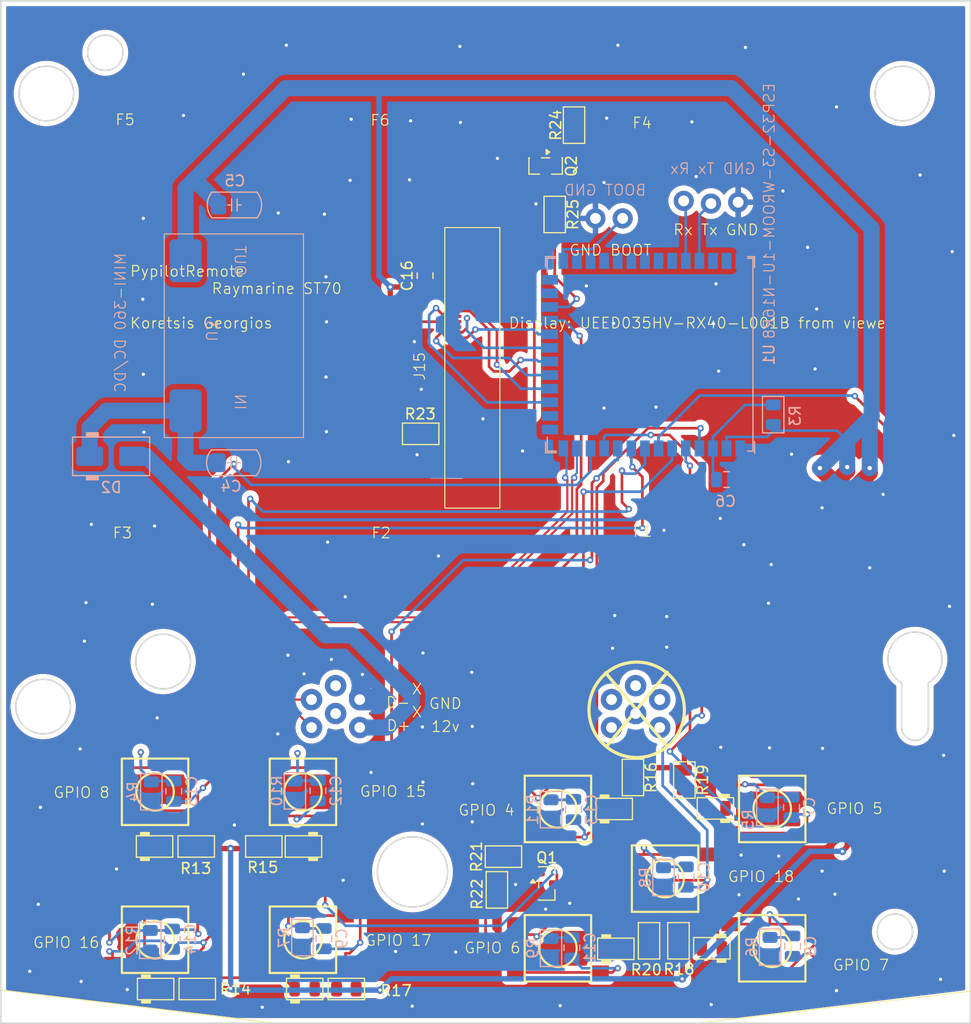
<source format=kicad_pcb>
(kicad_pcb (version 20241229) (generator "pcbnew") (generator_version "9.0")
  (layers (0 "F.Cu" signal) (2 "B.Cu" signal) (13 "F.Paste" user) (15 "B.Paste" user) (5 "F.SilkS" user "F.Silkscreen") (7 "B.SilkS" user "B.Silkscreen") (1 "F.Mask" user) (3 "B.Mask" user) (25 "Edge.Cuts" user))
  (net 0 "")
  (net 20 "GND")
  (net 21 "3.3V")
  (net 22 "LCD-LEDA")
  (net 23 "BL-PWM")
  (net 24 "LCD-LEDK")
  (net 25 "Net-(D2-K)")
  (net 26 "12V")
  (net 27 "USB_D+")
  (net 28 "USB_D-")
  (net 29 "Net-(U1-EN)")
  (net 30 "Net-(J13-Pin_2)")
  (net 31 "Net-(J14-Pin_3)")
  (net 32 "Net-(J14-Pin_2)")
  (net 33 "Net-(C9-Pad2)")
  (net 34 "auto")
  (net 35 "Net-(BL1-Pad1)")
  (net 36 "BL")
  (net 37 "Net-(C7-Pad2)")
  (net 38 "plusOne")
  (net 39 "Net-(C8-Pad2)")
  (net 40 "plusTen")
  (net 41 "info")
  (net 42 "Net-(C10-Pad2)")
  (net 43 "minusTen")
  (net 44 "Net-(C11-Pad2)")
  (net 45 "mode")
  (net 46 "Net-(C12-Pad2)")
  (net 47 "Net-(C13-Pad2)")
  (net 48 "minusOne")
  (net 49 "Net-(C14-Pad2)")
  (net 50 "standby")
  (net 51 "Net-(LED1-K)")
  (net 52 "Net-(LED1-A)")
  (net 53 "Net-(LED2-A)")
  (net 54 "Net-(LED3-A)")
  (net 55 "Net-(LED4-A)")
  (net 56 "Net-(LED5-A)")
  (net 57 "Net-(LED6-A)")
  (net 58 "Net-(LED7-A)")
  (net 59 "Net-(LED8-A)")
  (net 60 "Net-(Q1-G)")
  (net 61 "BL-PWM2")
  (net 64 "SCLK")
  (net 65 "RESET")
  (net 66 "CS")
  (net 68 "DC")
  (net 69 "MOSI")
  (net 70 "MISO")
  (net 76 "Net-(Q2-G)")
  (footprint "PCM_Resistor_SMD_AKL:R_0805_2012Metric" (layer "F.Cu") (at 201.05 135.25 -90)
    (property "Reference" "R22")
    (property "Value" "100K" (hide yes))
  )
  (footprint "Harwin S1791-42R:Harwin S1791-42R" (layer "F.Cu") (at 214.6 60.25)
    (property "Reference" "F4")
    (property "Value" "~" (hide yes))
  )
  (footprint "PCM_LED_SMD_AKL:LED_0805_2012Metric" (layer "F.Cu") (at 183.1125 144.5)
    (property "Reference" "LED5" (hide yes))
    (property "Value" "LED_0805" (hide yes))
  )
  (footprint "PCM_SparkFun-Connector:1x01_P2.54mm" (layer "F.Cu") (at 183.75 117.4971)
    (property "Reference" "J2")
    (property "Value" "Conn_01x01" (hide yes))
  )
  (footprint "PCM_Resistor_SMD_AKL:R_0805_2012Metric" (layer "F.Cu") (at 193.9375 92.7 180)
    (property "Reference" "R23")
    (property "Value" "5.1R" (hide yes))
  )
  (footprint "Package_TO_SOT_SMD:SOT-23" (layer "F.Cu") (at 205.7125 134.65)
    (property "Reference" "Q1")
    (property "Value" "AO3400A" (hide yes))
  )
  (footprint "PCM_SparkFun-Connector:1x01_P2.54mm" (layer "F.Cu") (at 186 118.8)
    (property "Reference" "J6")
    (property "Value" "Conn_01x01" (hide yes))
  )
  (footprint "PCM_SparkFun-Connector:1x01_P2.54mm" (layer "F.Cu") (at 211.75 120.1029)
    (property "Reference" "J7")
    (property "Value" "Conn_01x01" (hide yes))
  )
  (footprint "PCM_LED_SMD_AKL:LED_0805_2012Metric" (layer "F.Cu") (at 212.15 140.75)
    (property "Reference" "LED8" (hide yes))
    (property "Value" "LED_0805" (hide yes))
  )
  (footprint "PCM_SparkFun-Switch:Push_SMD_6.2x6.2mm" (layer "F.Cu") (at 226.75 127.7)
    (property "Reference" "plusOne1")
    (property "Value" "SMD_6.2x6.2mm_h7.0mm" (hide yes))
  )
  (footprint "PCM_Resistor_SMD_AKL:R_0805_2012Metric" (layer "F.Cu") (at 218.55 125 -90)
    (property "Reference" "R19")
    (property "Value" "33R" (hide yes))
  )
  (footprint "Harwin S1791-42R:Harwin S1791-42R" (layer "F.Cu") (at 166.15 98.65)
    (property "Reference" "F3")
    (property "Value" "~" (hide yes))
  )
  (footprint "Harwin S1791-42R:Harwin S1791-42R" (layer "F.Cu") (at 190.2 98.8)
    (property "Reference" "F2")
    (property "Value" "~" (hide yes))
  )
  (footprint "PCM_SparkFun-Connector:1x01_P2.54mm" (layer "F.Cu") (at 216.25 117.4971)
    (property "Reference" "J10")
    (property "Value" "Conn_01x01" (hide yes))
  )
  (footprint "PCM_SparkFun-Connector:1x01_P2.54mm" (layer "F.Cu") (at 214 116.2)
    (property "Reference" "J9")
    (property "Value" "Conn_01x01" (hide yes))
  )
  (footprint "PCM_Resistor_SMD_AKL:R_0805_2012Metric" (layer "F.Cu") (at 179.3 131.2)
    (property "Reference" "R15")
    (property "Value" "33R" (hide yes))
  )
  (footprint "PCM_Resistor_SMD_AKL:R_0805_2012Metric" (layer "F.Cu") (at 172.9875 131.2 180)
    (property "Reference" "R13")
    (property "Value" "33R" (hide yes))
  )
  (footprint "PCM_SparkFun-Switch:Push_SMD_6.2x6.2mm" (layer "F.Cu") (at 226.75 140.7)
    (property "Reference" "plusTen1")
    (property "Value" "SMD_6.2x6.2mm_h7.0mm" (hide yes))
  )
  (footprint "Harwin S1791-42R:Harwin S1791-42R" (layer "F.Cu") (at 214.6 98.75)
    (property "Reference" "F1")
    (property "Value" "~" (hide yes))
  )
  (footprint "PCM_LED_SMD_AKL:LED_0805_2012Metric" (layer "F.Cu") (at 221.1125 140.7 180)
    (property "Reference" "LED6" (hide yes))
    (property "Value" "LED_0805" (hide yes))
  )
  (footprint "PCM_SparkFun-Switch:Push_SMD_6.2x6.2mm" (layer "F.Cu") (at 169.15 126.1)
    (property "Reference" "BL1")
    (property "Value" "SMD_6.2x6.2mm_h7.0mm" (hide yes))
  )
  (footprint "PCM_SparkFun-Switch:Push_SMD_6.2x6.2mm" (layer "F.Cu") (at 169.15 139.9)
    (property "Reference" "standby1")
    (property "Value" "SMD_6.2x6.2mm_h7.0mm" (hide yes))
  )
  (footprint "PCM_SparkFun-Connector:1x01_P2.54mm" (layer "F.Cu") (at 214 118.8)
    (property "Reference" "J12")
    (property "Value" "Conn_01x01" (hide yes))
  )
  (footprint "PCM_LED_SMD_AKL:LED_0805_2012Metric" (layer "F.Cu") (at 221.45 127.65 180)
    (property "Reference" "LED7" (hide yes))
    (property "Value" "LED_0805" (hide yes))
  )
  (footprint "PCM_Resistor_SMD_AKL:R_0805_2012Metric" (layer "F.Cu") (at 206.45 72.2375 -90)
    (property "Reference" "R25")
    (property "Value" "100R" (hide yes))
  )
  (footprint "Harwin S1791-42R:Harwin S1791-42R" (layer "F.Cu") (at 190.25 60.2)
    (property "Reference" "F6")
    (property "Value" "~" (hide yes))
  )
  (footprint "PCM_Resistor_SMD_AKL:R_0805_2012Metric" (layer "F.Cu") (at 208.25 63.9 90)
    (property "Reference" "R24")
    (property "Value" "100K" (hide yes))
  )
  (footprint "PCM_Resistor_SMD_AKL:R_0805_2012Metric" (layer "F.Cu") (at 218 140 90)
    (property "Reference" "R18")
    (property "Value" "33R" (hide yes))
  )
  (footprint "XUNPU FPC-05F-40PH20:XUNPU FPC-05F-40PH20" (layer "F.Cu") (at 199.5 86.55 90)
    (property "Reference" "J15")
    (property "Value" "UEED035HV-RX40-L001B" (hide yes))
  )
  (footprint "PCM_Resistor_SMD_AKL:R_0805_2012Metric" (layer "F.Cu") (at 201.6625 132.15 180)
    (property "Reference" "R21")
    (property "Value" "100R" (hide yes))
  )
  (footprint "PCM_LED_SMD_AKL:LED_0805_2012Metric" (layer "F.Cu") (at 183 131.2 180)
    (property "Reference" "LED3" (hide yes))
    (property "Value" "LED_0805" (hide yes))
  )
  (footprint "PCM_SparkFun-Connector:1x01_P2.54mm" (layer "F.Cu") (at 186 116.2)
    (property "Reference" "J3")
    (property "Value" "Conn_01x01" (hide yes))
  )
  (footprint "Harwin S1791-42R:Harwin S1791-42R" (layer "F.Cu") (at 166.3 60.2)
    (property "Reference" "F5")
    (property "Value" "~" (hide yes))
  )
  (footprint "PCM_SparkFun-Switch:Push_SMD_6.2x6.2mm" (layer "F.Cu") (at 216.75 134.2)
    (property "Reference" "info1")
    (property "Value" "SMD_6.2x6.2mm_h7.0mm" (hide yes))
  )
  (footprint "PCM_SparkFun-Switch:Push_SMD_6.2x6.2mm" (layer "F.Cu") (at 182.95 139.9)
    (property "Reference" "auto1")
    (property "Value" "SMD_6.2x6.2mm_h7.0mm" (hide yes))
  )
  (footprint "PCM_SparkFun-Switch:Push_SMD_6.2x6.2mm" (layer "F.Cu") (at 182.95 126.1)
    (property "Reference" "mode1")
    (property "Value" "SMD_6.2x6.2mm_h7.0mm" (hide yes))
  )
  (footprint "PCM_LED_SMD_AKL:LED_0805_2012Metric" (layer "F.Cu") (at 212 127.7)
    (property "Reference" "LED4" (hide yes))
    (property "Value" "LED_0805" (hide yes))
  )
  (footprint "PCM_Resistor_SMD_AKL:R_0805_2012Metric" (layer "F.Cu") (at 213.75 124.7625 -90)
    (property "Reference" "R16")
    (property "Value" "33R" (hide yes))
  )
  (footprint "PCM_Resistor_SMD_AKL:R_0805_2012Metric" (layer "F.Cu") (at 173.0875 144.5 180)
    (property "Reference" "R14")
    (property "Value" "33R" (hide yes))
  )
  (footprint "PCM_SparkFun-Switch:Push_SMD_6.2x6.2mm" (layer "F.Cu") (at 206.75 140.7)
    (property "Reference" "minusTen1")
    (property "Value" "SMD_6.2x6.2mm_h7.0mm" (hide yes))
  )
  (footprint "PCM_SparkFun-Connector:1x01_P2.54mm" (layer "F.Cu") (at 216.25 120.1029)
    (property "Reference" "J11")
    (property "Value" "Conn_01x01" (hide yes))
  )
  (footprint "PCM_Resistor_SMD_AKL:R_0805_2012Metric" (layer "F.Cu") (at 187 144.5 180)
    (property "Reference" "R17")
    (property "Value" "33R" (hide yes))
  )
  (footprint "PCM_SparkFun-Connector:1x01_P2.54mm" (layer "F.Cu") (at 211.75 117.4971)
    (property "Reference" "J8")
    (property "Value" "Conn_01x01" (hide yes))
  )
  (footprint "PCM_Resistor_SMD_AKL:R_0805_2012Metric" (layer "F.Cu") (at 215.25 140 90)
    (property "Reference" "R20")
    (property "Value" "33R" (hide yes))
  )
  (footprint "PCM_SparkFun-Connector:1x01_P2.54mm" (layer "F.Cu") (at 183.75 120.1029)
    (property "Reference" "J1")
    (property "Value" "Conn_01x01" (hide yes))
  )
  (footprint "Capacitor_SMD:C_0805_2012Metric" (layer "F.Cu") (at 194.35 77.95 90)
    (property "Reference" "C16")
    (property "Value" "4.7uF" (hide yes))
  )
  (footprint "Package_TO_SOT_SMD:SOT-23" (layer "F.Cu") (at 205.6 67.7125 -90)
    (property "Reference" "Q2")
    (property "Value" "AO3400A")
  )
  (footprint "PCM_LED_SMD_AKL:LED_0805_2012Metric" (layer "F.Cu") (at 169.1 131.2)
    (property "Reference" "LED1" (hide yes))
    (property "Value" "LED_0805" (hide yes))
  )
  (footprint "PCM_SparkFun-Connector:1x01_P2.54mm" (layer "F.Cu") (at 188.25 120.1029)
    (property "Reference" "J5")
    (property "Value" "Conn_01x01" (hide yes))
  )
  (footprint "PCM_SparkFun-Connector:1x01_P2.54mm" (layer "F.Cu") (at 188.25 117.4971)
    (property "Reference" "J4")
    (property "Value" "Conn_01x01" (hide yes))
  )
  (footprint "PCM_SparkFun-Switch:Push_SMD_6.2x6.2mm" (layer "F.Cu") (at 206.75 127.7)
    (property "Reference" "minusOne1")
    (property "Value" "SMD_6.2x6.2mm_h7.0mm" (hide yes))
  )
  (footprint "PCM_LED_SMD_AKL:LED_0805_2012Metric" (layer "F.Cu") (at 169.2 144.5)
    (property "Reference" "LED2" (hide yes))
    (property "Value" "LED_0805" (hide yes))
  )
  (footprint "Capacitor_SMD:C_0805_2012Metric" (layer "B.Cu") (at 184.9 139.8 90)
    (property "Reference" "C9")
    (property "Value" "0.1uF" (hide yes))
  )
  (footprint "Capacitor_SMD:C_0805_2012Metric" (layer "B.Cu") (at 222.49 96.965)
    (property "Reference" "C6")
    (property "Value" "0.1uF" (hide yes))
  )
  (footprint "PCM_Resistor_SMD_AKL:R_0805_2012Metric" (layer "B.Cu") (at 182.9 139.7 -90)
    (property "Reference" "R7")
    (property "Value" "10K" (hide yes))
  )
  (footprint "Capacitor_SMD:C_0805_2012Metric" (layer "B.Cu") (at 170.9 126.05 90)
    (property "Reference" "C15")
    (property "Value" "0.1uF" (hide yes))
  )
  (footprint "PCM_Resistor_SMD_AKL:R_0805_2012Metric" (layer "B.Cu") (at 216.6 134.1 -90)
    (property "Reference" "R8")
    (property "Value" "10K" (hide yes))
  )
  (footprint "PCM_SparkFun-Connector:1x02_P2.54mm" (layer "B.Cu") (at 210.25 72.6025)
    (property "Reference" "J13")
    (property "Value" "Conn_01x02" (hide yes))
  )
  (footprint "PCM_Resistor_SMD_AKL:R_0805_2012Metric" (layer "B.Cu") (at 206.1 140.7 -90)
    (property "Reference" "R9")
    (property "Value" "10K" (hide yes))
  )
  (footprint "Capacitor_SMD:C_0805_2012Metric" (layer "B.Cu") (at 184.35 126 90)
    (property "Reference" "C12")
    (property "Value" "0.1uF" (hide yes))
  )
  (footprint "PCM_Espressif:ESP32-S3-WROOM-1U" (layer "B.Cu") (at 215.5 85.315 90)
    (property "Reference" "U1")
    (property "Value" "ESP32-S3-WROOM-1")
  )
  (footprint "PCM_Resistor_SMD_AKL:R_0805_2012Metric" (layer "B.Cu") (at 168.7 139.95 -90)
    (property "Reference" "R12")
    (property "Value" "10K" (hide yes))
  )
  (footprint "PCM_Resistor_SMD_AKL:R_0805_2012Metric" (layer "B.Cu") (at 182.2 126.0125 -90)
    (property "Reference" "R10")
    (property "Value" "10K" (hide yes))
  )
  (footprint "DCMINI:DCMINI" (layer "B.Cu") (at 176.5 83.55 90)
    (property "Reference" "U3")
    (property "Value" "DCMINI")
  )
  (footprint "Capacitor_SMD:C_0805_2012Metric" (layer "B.Cu") (at 170.75 139.85 90)
    (property "Reference" "C14")
    (property "Value" "0.1uF" (hide yes))
  )
  (footprint "PCM_Resistor_SMD_AKL:R_0805_2012Metric" (layer "B.Cu") (at 206.1 127.7625 -90)
    (property "Reference" "R11")
    (property "Value" "10K" (hide yes))
  )
  (footprint "PCM_Capacitor_SMD_Handsoldering_AKL:C_1206_3216Metric_Pad1.42x1.75mm" (layer "B.Cu") (at 176.5 95.4 180)
    (property "Reference" "C4")
    (property "Value" "22uF" (hide yes))
  )
  (footprint "PCM_Resistor_SMD_AKL:R_0805_2012Metric" (layer "B.Cu") (at 226.3 127.55 -90)
    (property "Reference" "R5")
    (property "Value" "10K" (hide yes))
  )
  (footprint "Capacitor_SMD:C_0805_2012Metric" (layer "B.Cu") (at 218.7 134.05 90)
    (property "Reference" "C10")
    (property "Value" "0.1uF" (hide yes))
  )
  (footprint "Capacitor_SMD:C_0805_2012Metric" (layer "B.Cu") (at 208.05 140.65 90)
    (property "Reference" "C11")
    (property "Value" "0.1uF" (hide yes))
  )
  (footprint "PCM_Resistor_SMD_AKL:R_0805_2012Metric" (layer "B.Cu") (at 226.55 140.6 -90)
    (property "Reference" "R6")
    (property "Value" "10K" (hide yes))
  )
  (footprint "PCM_Resistor_SMD_AKL:R_0805_2012Metric" (layer "B.Cu") (at 168.8 126.1 -90)
    (property "Reference" "R4")
    (property "Value" "10K" (hide yes))
  )
  (footprint "PCM_SparkFun-Connector:1x03_P2.54mm_Locking" (layer "B.Cu") (at 223.57 71.092 180)
    (property "Reference" "J14")
    (property "Value" "Conn_01x03" (hide yes))
  )
  (footprint "PCM_Capacitor_SMD_Handsoldering_AKL:C_1206_3216Metric_Pad1.42x1.75mm" (layer "B.Cu") (at 176.55 71.35)
    (property "Reference" "C5")
    (property "Value" "22uF" (hide yes))
  )
  (footprint "Capacitor_SMD:C_0805_2012Metric" (layer "B.Cu") (at 208.2 127.75 90)
    (property "Reference" "C13")
    (property "Value" "0.1uF" (hide yes))
  )
  (footprint "Capacitor_SMD:C_0805_2012Metric" (layer "B.Cu") (at 228.55 127.55 90)
    (property "Reference" "C7")
    (property "Value" "0.1uF" (hide yes))
  )
  (footprint "Capacitor_SMD:C_0805_2012Metric" (layer "B.Cu") (at 228.65 140.5 90)
    (property "Reference" "C8")
    (property "Value" "0.1uF" (hide yes))
  )
  (footprint "PCM_Resistor_SMD_AKL:R_0805_2012Metric" (layer "B.Cu") (at 226.84 90.915 90)
    (property "Reference" "R3")
    (property "Value" "10K" (hide yes))
  )
  (footprint "PCM_Diode_SMD_AKL:D_SMA" (layer "B.Cu") (at 165.05 94.8)
    (property "Reference" "D2")
    (property "Value" "ES2AA" (hide yes))
  )
  (gr_line (start 245.25 144.7) (end 219.6 147.7) (stroke (width 0.1)) (layer "F.SilkS"))
  (gr_line (start 154.75 144.6) (end 180.35 147.7) (stroke (width 0.1)) (layer "F.SilkS"))
  (gr_line (start 211.2 115) (end 216.95 121.85) (stroke (width 0.3)) (layer "F.SilkS"))
  (gr_circle (center 214.1 118.45) (end 215.05 114.1) (stroke (width 0.3)) (fill no) (layer "F.SilkS"))
  (gr_line (start 216.95 114.95) (end 211.3 121.85) (stroke (width 0.3)) (layer "F.SilkS"))
  (gr_circle (center 158.7 118.15) (end 161.25 118.15) (stroke (width 0.15)) (fill no) (layer "Edge.Cuts"))
  (gr_circle (center 159 60.95) (end 161.55 60.95) (stroke (width 0.15)) (fill no) (layer "Edge.Cuts"))
  (gr_line (start 154.75 147.7) (end 245.25 147.7) (stroke (width 0.15)) (layer "Edge.Cuts"))
  (gr_line (start 154.75 52.3) (end 245.25 52.3) (stroke (width 0.15)) (layer "Edge.Cuts"))
  (gr_circle (center 169.9 113.95) (end 172.45 113.95) (stroke (width 0.15)) (fill no) (layer "Edge.Cuts"))
  (gr_circle (center 238.2 139.15) (end 239.85 139.15) (stroke (width 0.15)) (fill no) (layer "Edge.Cuts"))
  (gr_line (start 154.75 147.7) (end 154.75 52.3) (stroke (width 0.15)) (layer "Edge.Cuts"))
  (gr_line (start 245.25 147.7) (end 245.25 52.3) (stroke (width 0.15)) (layer "Edge.Cuts"))
  (gr_line (start 241.325 115.918884) (end 241.325 120.05) (stroke (width 0.15)) (layer "Edge.Cuts"))
  (gr_circle (center 238.9 60.95) (end 241.45 60.95) (stroke (width 0.15)) (fill no) (layer "Edge.Cuts"))
  (gr_circle (center 164.5 57.15) (end 166.15 57.15) (stroke (width 0.15)) (fill no) (layer "Edge.Cuts"))
  (gr_arc (start 238.825 115.918884) (mid 240.075 111.2) (end 241.325 115.918884) (stroke (width 0.15)) (layer "Edge.Cuts"))
  (gr_arc (start 241.325 120.05) (mid 240.075 121.3) (end 238.825 120.05) (stroke (width 0.15)) (layer "Edge.Cuts"))
  (gr_line (start 238.825 115.918884) (end 238.825 120.05) (stroke (width 0.15)) (layer "Edge.Cuts"))
  (gr_circle (center 193.175 133.575) (end 196.45 133.575) (stroke (width 0.15)) (fill no) (layer "Edge.Cuts"))
  (gr_text "GPIO 4" (at 197.4 128.4 0) (layer "F.SilkS") (effects (font (size 1 1) (thickness 0.1)) (justify left bottom)))
  (gr_text "PypilotRemote\n          Raymarine ST70\n\nKoretsis Georgios" (at 166.75 82.95 0) (layer "F.SilkS") (effects (font (size 1 1) (thickness 0.1)) (justify left bottom)))
  (gr_text "GND BOOT" (at 207.75 76.15 0) (layer "F.SilkS") (effects (font (size 1 1) (thickness 0.1)) (justify left bottom)))
  (gr_text "GPIO 16" (at 157.7 140.75 0) (layer "F.SilkS") (effects (font (size 1 1) (thickness 0.1)) (justify left bottom)))
  (gr_text "GPIO 8" (at 159.6 126.75 0) (layer "F.SilkS") (effects (font (size 1 1) (thickness 0.1)) (justify left bottom)))
  (gr_text "D+" (at 190.7 120.5 0) (layer "F.SilkS") (effects (font (size 1 1) (thickness 0.1)) (justify left bottom)))
  (gr_text "X" (at 193.05 119.25 0) (layer "F.SilkS") (effects (font (size 1 1) (thickness 0.1)) (justify left bottom)))
  (gr_text "12v" (at 194.85 120.6 0) (layer "F.SilkS") (effects (font (size 1 1) (thickness 0.1)) (justify left bottom)))
  (gr_text "GND" (at 194.65 118.45 0) (layer "F.SilkS") (effects (font (size 1 1) (thickness 0.1)) (justify left bottom)))
  (gr_text "X" (at 193.05 117.1 0) (layer "F.SilkS") (effects (font (size 1 1) (thickness 0.1)) (justify left bottom)))
  (gr_text "GPIO 15" (at 188.2 126.65 0) (layer "F.SilkS") (effects (font (size 1 1) (thickness 0.1)) (justify left bottom)))
  (gr_text "D-" (at 190.65 118.35 0) (layer "F.SilkS") (effects (font (size 1 1) (thickness 0.1)) (justify left bottom)))
  (gr_text "Display: UEED035HV-RX40-L001B from viewe " (at 202.1 82.95 0) (layer "F.SilkS") (effects (font (size 1 1) (thickness 0.1)) (justify left bottom)))
  (gr_text "Rx Tx GND" (at 217.45 74.25 0) (layer "F.SilkS") (effects (font (size 1 1) (thickness 0.1)) (justify left bottom)))
  (gr_text "GPIO 5" (at 231.75 128.25 0) (layer "F.SilkS") (effects (font (size 1 1) (thickness 0.1)) (justify left bottom)))
  (gr_text "GPIO 6" (at 197.95 141.25 0) (layer "F.SilkS") (effects (font (size 1 1) (thickness 0.1)) (justify left bottom)))
  (gr_text "GPIO 7" (at 232.35 142.85 0) (layer "F.SilkS") (effects (font (size 1 1) (thickness 0.1)) (justify left bottom)))
  (gr_text "GPIO 18" (at 222.55 134.6 0) (layer "F.SilkS") (effects (font (size 1 1) (thickness 0.1)) (justify left bottom)))
  (gr_text "GPIO 17" (at 188.7 140.55 0) (layer "F.SilkS") (effects (font (size 1 1) (thickness 0.1)) (justify left bottom)))
  (gr_text "GND Tx Rx" (at 225.25 68.55 0) (layer "B.SilkS") (effects (font (size 1 1) (thickness 0.1)) (justify left bottom mirror)))
  (gr_text "BOOT GND" (at 215.05 70.55 0) (layer "B.SilkS") (effects (font (size 1 1) (thickness 0.1)) (justify left bottom mirror)))
  (gr_text "MINI-360 DC/DC" (at 166.5 75.75 90) (layer "B.SilkS") (effects (font (size 1 1) (thickness 0.1)) (justify left bottom mirror)))
  (gr_text "ESP32-S3-WROOM-1U-N16R8" (at 227.05 59.9 90) (layer "B.SilkS") (effects (font (size 1 1) (thickness 0.1)) (justify left bottom mirror)))
  (segment (start 197.76 92.24) (end 198.1 91.9) (width 0.25) (layer "F.Cu") (net 20))
  (segment (start 195.14 94.74) (end 194.9 94.5) (width 0.25) (layer "F.Cu") (net 20))
  (segment (start 197.11 84.24) (end 197.74 84.24) (width 0.25) (layer "F.Cu") (net 20))
  (segment (start 197.11 94.74) (end 195.14 94.74) (width 0.25) (layer "F.Cu") (net 20))
  (segment (start 198.64 78.74) (end 198.65 78.75) (width 0.25) (layer "F.Cu") (net 20))
  (segment (start 197.74 84.24) (end 198 84.5) (width 0.25) (layer "F.Cu") (net 20))
  (segment (start 197.11 78.74) (end 198.64 78.74) (width 0.25) (layer "F.Cu") (net 20))
  (segment (start 197.11 92.24) (end 197.76 92.24) (width 0.25) (layer "F.Cu") (net 20))
  (via (at 194.1 120.05) (size 0.7) (drill 0.3) (layers "F.Cu" "B.Cu") (net 20))
  (via (at 221.9 100.6) (size 0.7) (drill 0.3) (layers "F.Cu" "B.Cu") (net 20))
  (via (at 199.75 91.3) (size 0.7) (drill 0.3) (layers "F.Cu" "B.Cu") (net 20))
  (via (at 186.7 134.35) (size 0.7) (drill 0.3) (layers "F.Cu" "B.Cu") (net 20))
  (via (at 207.85 136.5) (size 0.7) (drill 0.3) (layers "F.Cu" "B.Cu") (net 20))
  (via (at 187.35 69.05) (size 0.7) (drill 0.3) (layers "F.Cu" "B.Cu") (net 20))
  (via (at 231.4 133.5) (size 0.7) (drill 0.3) (layers "F.Cu" "B.Cu") (net 20))
  (via (at 235.85 105.2) (size 0.7) (drill 0.3) (layers "F.Cu" "B.Cu") (net 20))
  (via (at 197.65 63.65) (size 0.7) (drill 0.3) (layers "F.Cu" "B.Cu") (net 20))
  (via (at 176.55 129.2) (size 0.7) (drill 0.3) (layers "F.Cu" "B.Cu") (net 20))
  (via (at 198.7 114.95) (size 0.7) (drill 0.3) (layers "F.Cu" "B.Cu") (net 20))
  (via (at 180.6 120.7) (size 0.7) (drill 0.3) (layers "F.Cu" "B.Cu") (net 20))
  (via (at 211.85 112.7) (size 0.7) (drill 0.3) (layers "F.Cu" "B.Cu") (net 20))
  (via (at 216.65 101.7) (size 0.7) (drill 0.3) (layers "F.Cu" "B.Cu") (net 20))
  (via (at 193.15 146.1) (size 0.7) (drill 0.3) (layers "F.Cu" "B.Cu") (net 20))
  (via (at 185.1 78.05) (size 0.7) (drill 0.3) (layers "F.Cu" "B.Cu") (net 20))
  (via (at 243.55 75.7) (size 0.7) (drill 0.3) (layers "F.Cu" "B.Cu") (net 20))
  (via (at 232.75 62.2) (size 0.7) (drill 0.3) (layers "F.Cu" "B.Cu") (net 20))
  (via (at 242.75 122.7) (size 0.7) (drill 0.3) (layers "F.Cu" "B.Cu") (net 20))
  (via (at 158.25 136.6) (size 0.7) (drill 0.3) (layers "F.Cu" "B.Cu") (net 20))
  (via (at 206.95 146.05) (size 0.7) (drill 0.3) (layers "F.Cu" "B.Cu") (net 20))
  (via (at 162.15 122.1) (size 0.7) (drill 0.3) (layers "F.Cu" "B.Cu") (net 20))
  (via (at 237.1 98.35) (size 0.7) (drill 0.3) (layers "F.Cu" "B.Cu") (net 20))
  (via (at 180.65 72.1) (size 0.7) (drill 0.3) (layers "F.Cu" "B.Cu") (net 20))
  (via (at 187.45 63.35) (size 0.7) (drill 0.3) (layers "F.Cu" "B.Cu") (net 20))
  (via (at 181.4 56.45) (size 0.7) (drill 0.3) (layers "F.Cu" "B.Cu") (net 20))
  (via (at 197.2 141.05) (size 0.7) (drill 0.3) (layers "F.Cu" "B.Cu") (net 20))
  (via (at 204.7 71.25) (size 0.7) (drill 0.3) (layers "F.Cu" "B.Cu") (net 20))
  (via (at 194.15 125.2) (size 0.7) (drill 0.3) (layers "F.Cu" "B.Cu") (net 20))
  (via (at 227.35 132.1) (size 0.7) (drill 0.3) (layers "F.Cu" "B.Cu") (net 20))
  (via (at 168.1 92.55) (size 0.7) (drill 0.3) (layers "F.Cu" "B.Cu") (net 20))
  (via (at 185.6 113.75) (size 0.7) (drill 0.3) (layers "F.Cu" "B.Cu") (net 20))
  (via (at 162.7 108.45) (size 0.7) (drill 0.3) (layers "F.Cu" "B.Cu") (net 20))
  (via (at 224.25 56.65) (size 0.7) (drill 0.3) (layers "F.Cu" "B.Cu") (net 20))
  (via (at 184.95 72.2) (size 0.7) (drill 0.3) (layers "F.Cu" "B.Cu") (net 20))
  (via (at 189.3 124.3) (size 0.7) (drill 0.3) (layers "F.Cu" "B.Cu") (net 20))
  (via (at 171.8 63) (size 0.7) (drill 0.3) (layers "F.Cu" "B.Cu") (net 20))
  (via (at 162.25 143.8) (size 0.7) (drill 0.3) (layers "F.Cu" "B.Cu") (net 20))
  (via (at 219.65 68.7) (size 0.7) (drill 0.3) (layers "F.Cu" "B.Cu") (net 20))
  (via (at 243.7 92.85) (size 0.7) (drill 0.3) (layers "F.Cu" "B.Cu") (net 20))
  (via (at 226.65 104.9) (size 0.7) (drill 0.3) (layers "F.Cu" "B.Cu") (net 20))
  (via (at 177.4 59.15) (size 0.7) (drill 0.3) (layers "F.Cu" "B.Cu") (net 20))
  (via (at 216.9 109.75) (size 0.7) (drill 0.3) (layers "F.Cu" "B.Cu") (net 20))
  (via (at 198.75 120) (size 0.7) (drill 0.3) (layers "F.Cu" "B.Cu") (net 20))
  (via (at 232.6 135.65) (size 0.7) (drill 0.3) (layers "F.Cu" "B.Cu") (net 20))
  (via (at 193.6 94.65) (size 0.7) (drill 0.3) (layers "F.Cu" "B.Cu") (net 20))
  (via (at 240.55 68.55) (size 0.7) (drill 0.3) (layers "F.Cu" "B.Cu") (net 20))
  (via (at 169.1 101.3) (size 0.7) (drill 0.3) (layers "F.Cu" "B.Cu") (net 20))
  (via (at 198.75 128.9) (size 0.7) (drill 0.3) (layers "F.Cu" "B.Cu") (net 20))
  (via (at 230.9 81.05) (size 0.7) (drill 0.3) (layers "F.Cu" "B.Cu") (net 20))
  (via (at 169.35 119.2) (size 0.7) (drill 0.3) (layers "F.Cu" "B.Cu") (net 20))
  (via (at 185.25 102.8) (size 0.7) (drill 0.3) (layers "F.Cu" "B.Cu") (net 20))
  (via (at 231.4 99.6) (size 0.7) (drill 0.3) (layers "F.Cu" "B.Cu") (net 20))
  (via (at 212.35 56.45) (size 0.7) (drill 0.3) (layers "F.Cu" "B.Cu") (net 20))
  (via (at 183.05 115.1) (size 0.7) (drill 0.3) (layers "F.Cu" "B.Cu") (net 20))
  (via (at 158.45 127.55) (size 0.7) (drill 0.3) (layers "F.Cu" "B.Cu") (net 20))
  (via (at 221.25 82.4) (size 0.7) (drill 0.3) (layers "F.Cu" "B.Cu") (net 20))
  (via (at 166.55 144.55) (size 0.7) (drill 0.3) (layers "F.Cu" "B.Cu") (net 20))
  (via (at 168 80.15) (size 0.7) (drill 0.3) (layers "F.Cu" "B.Cu") (net 20))
  (via (at 193 63.5) (size 0.7) (drill 0.3) (layers "F.Cu" "B.Cu") (net 20))
  (via (at 179.15 146.2) (size 0.7) (drill 0.3) (layers "F.Cu" "B.Cu") (net 20))
  (via (at 195.6 104.1) (size 0.7) (drill 0.3) (layers "F.Cu" "B.Cu") (net 20))
  (via (at 181.6 95.3) (size 0.7) (drill 0.3) (layers "F.Cu" "B.Cu") (net 20))
  (via (at 211.05 69.25) (size 0.7) (drill 0.3) (layers "F.Cu" "B.Cu") (net 20))
  (via (at 205.6 137.05) (size 0.7) (drill 0.3) (layers "F.Cu" "B.Cu") (net 20))
  (via (at 226.5 122) (size 0.7) (drill 0.3) (layers "F.Cu" "B.Cu") (net 20))
  (via (at 209.4 78.9) (size 0.7) (drill 0.3) (layers "F.Cu" "B.Cu") (net 20))
  (via (at 168.05 87.15) (size 0.7) (drill 0.3) (layers "F.Cu" "B.Cu") (net 20))
  (via (at 230.75 86.65) (size 0.7) (drill 0.3) (layers "F.Cu" "B.Cu") (net 20))
  (via (at 185.1 87.4) (size 0.7) (drill 0.3) (layers "F.Cu" "B.Cu") (net 20))
  (via (at 229.2 136.1) (size 0.7) (drill 0.3) (layers "F.Cu" "B.Cu") (net 20))
  (via (at 197.6 56.55) (size 0.7) (drill 0.3) (layers "F.Cu" "B.Cu") (net 20))
  (via (at 162.55 112.05) (size 0.7) (drill 0.3) (layers "F.Cu" "B.Cu") (net 20))
  (via (at 242.8 133.5) (size 0.7) (drill 0.3) (layers "F.Cu" "B.Cu") (net 20))
  (via (at 211.3 63.25) (size 0.7) (drill 0.3) (layers "F.Cu" "B.Cu") (net 20))
  (via (at 181.55 113.35) (size 0.7) (drill 0.3) (layers "F.Cu" "B.Cu") (net 20))
  (via (at 186.9 107.9) (size 0.7) (drill 0.3) (layers "F.Cu" "B.Cu") (net 20))
  (via (at 194 88.55) (size 0.7) (drill 0.3) (layers "F.Cu" "B.Cu") (net 20))
  (via (at 191.6 141) (size 0.7) (drill 0.3) (layers "F.Cu" "B.Cu") (net 20))
  (via (at 163.2 101.15) (size 0.7) (drill 0.3) (layers "F.Cu" "B.Cu") (net 20))
  (via (at 243.3 108.8) (size 0.7) (drill 0.3) (layers "F.Cu" "B.Cu") (net 20))
  (via (at 223.85 132) (size 0.7) (drill 0.3) (layers "F.Cu" "B.Cu") (net 20))
  (via (at 221.05 145.95) (size 0.7) (drill 0.3) (layers "F.Cu" "B.Cu") (net 20))
  (via (at 227.75 70.05) (size 0.7) (drill 0.3) (layers "F.Cu" "B.Cu") (net 20))
  (via (at 185.15 82.25) (size 0.7) (drill 0.3) (layers "F.Cu" "B.Cu") (net 20))
  (via (at 223.65 135.7) (size 0.7) (drill 0.3) (layers "F.Cu" "B.Cu") (net 20))
  (via (at 211.05 90.3) (size 0.7) (drill 0.3) (layers "F.Cu" "B.Cu") (net 20))
  (via (at 198.8 125.35) (size 0.7) (drill 0.3) (layers "F.Cu" "B.Cu") (net 20))
  (via (at 212.05 109.65) (size 0.7) (drill 0.3) (layers "F.Cu" "B.Cu") (net 20))
  (via (at 194.1 129.1) (size 0.7) (drill 0.3) (layers "F.Cu" "B.Cu") (net 20))
  (via (at 203.45 94.3) (size 0.7) (drill 0.3) (layers "F.Cu" "B.Cu") (net 20))
  (via (at 232.75 144.65) (size 0.7) (drill 0.3) (layers "F.Cu" "B.Cu") (net 20))
  (via (at 194.15 113.15) (size 0.7) (drill 0.3) (layers "F.Cu" "B.Cu") (net 20))
  (via (at 185.15 92.5) (size 0.7) (drill 0.3) (layers "F.Cu" "B.Cu") (net 20))
  (via (at 216.9 112.6) (size 0.7) (drill 0.3) (layers "F.Cu" "B.Cu") (net 20))
  (via (at 221.5 78.7) (size 0.7) (drill 0.3) (layers "F.Cu" "B.Cu") (net 20))
  (via (at 228.55 94.6) (size 0.7) (drill 0.3) (layers "F.Cu" "B.Cu") (net 20))
  (via (at 242.45 143.6) (size 0.7) (drill 0.3) (layers "F.Cu" "B.Cu") (net 20))
  (via (at 230.05 75.3) (size 0.7) (drill 0.3) (layers "F.Cu" "B.Cu") (net 20))
  (via (at 165.55 133.3) (size 0.7) (drill 0.3) (layers "F.Cu" "B.Cu") (net 20))
  (via (at 221.75 86.85) (size 0.7) (drill 0.3) (layers "F.Cu" "B.Cu") (net 20))
  (via (at 202.8 134.75) (size 0.7) (drill 0.3) (layers "F.Cu" "B.Cu") (net 20))
  (via (at 188.5 115.15) (size 0.7) (drill 0.3) (layers "F.Cu" "B.Cu") (net 20))
  (via (at 201.1 67) (size 0.7) (drill 0.3) (layers "F.Cu" "B.Cu") (net 20))
  (via (at 211.95 82.4) (size 0.7) (drill 0.3) (layers "F.Cu" "B.Cu") (net 20))
  (via (at 221.95 121.95) (size 0.7) (drill 0.3) (layers "F.Cu" "B.Cu") (net 20))
  (via (at 192.9 69) (size 0.7) (drill 0.3) (layers "F.Cu" "B.Cu") (net 20))
  (via (at 226.4 108.5) (size 0.7) (drill 0.3) (layers "F.Cu" "B.Cu") (net 20))
  (via (at 193.35 84.1) (size 0.7) (drill 0.3) (layers "F.Cu" "B.Cu") (net 20))
  (via (at 231.45 122.05) (size 0.7) (drill 0.3) (layers "F.Cu" "B.Cu") (net 20))
  (via (at 224.1 103.05) (size 0.7) (drill 0.3) (layers "F.Cu" "B.Cu") (net 20))
  (via (at 215.9 90.2) (size 0.7) (drill 0.3) (layers "F.Cu" "B.Cu") (net 20))
  (via (at 157.45 142.85) (size 0.7) (drill 0.3) (layers "F.Cu" "B.Cu") (net 20))
  (via (at 168.05 72.6) (size 0.7) (drill 0.3) (layers "F.Cu" "B.Cu") (net 20))
  (via (at 219.25 63.6) (size 0.7) (drill 0.3) (layers "F.Cu" "B.Cu") (net 20))
  (via (at 168.9 108.6) (size 0.7) (drill 0.3) (layers "F.Cu" "B.Cu") (net 20))
  (segment (start 178.3878 131.2002) (end 178.388 131.2) (width 0.5) (layer "F.Cu") (net 21))
  (segment (start 194.25 79) (end 194.35 78.9) (width 0.5) (layer "F.Cu") (net 21))
  (segment (start 233.75 96.15) (end 232.6 97.3) (width 1.5) (layer "F.Cu") (net 21))
  (segment (start 197.11 79.24) (end 194.69 79.24) (width 0.25) (layer "F.Cu") (net 21))
  (segment (start 191.39 95.11) (end 191.39 92.7) (width 0.5) (layer "F.Cu") (net 21))
  (segment (start 195.71 95.24) (end 195.21 95.74) (width 0.25) (layer "F.Cu") (net 21))
  (segment (start 197.11 96.24) (end 194.99 96.24) (width 0.25) (layer "F.Cu") (net 21))
  (segment (start 231.2 95.9) (end 232.6 97.3) (width 1.5) (layer "F.Cu") (net 21))
  (segment (start 235.85 95.9) (end 235.85 96.35) (width 1.5) (layer "F.Cu") (net 21))
  (segment (start 217.9995 140.9125) (end 218 140.912) (width 0.25) (layer "F.Cu") (net 21))
  (segment (start 187.9686 144.5566) (end 187.912 144.5) (width 0.5) (layer "F.Cu") (net 21))
  (segment (start 233.75 111.55) (end 233.75 117.1) (width 1.5) (layer "F.Cu") (net 21))
  (segment (start 215.25 140.9125) (end 216.625 140.9125) (width 0.25) (layer "F.Cu") (net 21))
  (segment (start 190.15 144.6) (end 188.012 144.6) (width 0.5) (layer "F.Cu") (net 21))
  (segment (start 218.55 124.088) (end 218.55 124.0875) (width 0.5) (layer "F.Cu") (net 21))
  (segment (start 191.1 81.95) (end 191.1 79) (width 0.5) (layer "F.Cu") (net 21))
  (segment (start 233.75 117.1) (end 233.75 119.35) (width 1.5) (layer "F.Cu") (net 21))
  (segment (start 178.188 131.4) (end 178.3878 131.2002) (width 0.5) (layer "F.Cu") (net 21))
  (segment (start 232.6 97.3) (end 233.75 98.45) (width 1.5) (layer "F.Cu") (net 21))
  (segment (start 192.3 96.1) (end 191.35 95.15) (width 0.25) (layer "F.Cu") (net 21))
  (segment (start 233.75 110.3) (end 233.75 111.55) (width 1.5) (layer "F.Cu") (net 21))
  (segment (start 218.312 123.85) (end 218.55 124.088) (width 0.25) (layer "F.Cu") (net 21))
  (segment (start 213.75 123.85) (end 218.312 123.85) (width 0.5) (layer "F.Cu") (net 21))
  (segment (start 233.75 95.8) (end 233.75 96.15) (width 1.5) (layer "F.Cu") (net 21))
  (segment (start 187.9125 144.5) (end 187.9686 144.5561) (width 0.25) (layer "F.Cu") (net 21))
  (segment (start 191.39 92.7) (end 191.39 82.24) (width 0.5) (layer "F.Cu") (net 21))
  (segment (start 191.1 79) (end 194.25 79) (width 0.5) (layer "F.Cu") (net 21))
  (segment (start 174.1 131.4) (end 173.9 131.2) (width 0.5) (layer "F.Cu") (net 21))
  (segment (start 197.11 79.74) (end 195.19 79.74) (width 0.25) (layer "F.Cu") (net 21))
  (segment (start 216.625 140.9125) (end 218 140.9125) (width 0.25) (layer "F.Cu") (net 21))
  (segment (start 191.35 95.15) (end 191.39 95.11) (width 0.25) (layer "F.Cu") (net 21))
  (segment (start 174.05 144.45) (end 174 144.5) (width 0.5) (layer "F.Cu") (net 21))
  (segment (start 187.9686 144.5561) (end 187.9686 144.5566) (width 0.25) (layer "F.Cu") (net 21))
  (segment (start 194.99 96.24) (end 194.85 96.1) (width 0.25) (layer "F.Cu") (net 21))
  (segment (start 233.75 119.35) (end 233.75 120.35) (width 1.5) (layer "F.Cu") (net 21))
  (segment (start 218.35 141.262) (end 218 140.912) (width 0.5) (layer "F.Cu") (net 21))
  (segment (start 197.11 82.24) (end 191.39 82.24) (width 0.25) (layer "F.Cu") (net 21))
  (segment (start 191.39 82.24) (end 191.1 81.95) (width 0.5) (layer "F.Cu") (net 21))
  (segment (start 218.55 124.0875) (end 218.55 122.4) (width 0.5) (layer "F.Cu") (net 21))
  (segment (start 233.75 120.35) (end 233.75 131.2) (width 0.5) (layer "F.Cu") (net 21))
  (segment (start 233.7 119.4) (end 233.75 119.35) (width 0.25) (layer "F.Cu") (net 21))
  (segment (start 216.625 140.9125) (end 217.9995 140.9125) (width 0.25) (layer "F.Cu") (net 21))
  (segment (start 194.85 96.1) (end 192.3 96.1) (width 0.25) (layer "F.Cu") (net 21))
  (segment (start 233.75 98.45) (end 233.75 110.3) (width 1.5) (layer "F.Cu") (net 21))
  (segment (start 233.75 131.2) (end 233.3 131.65) (width 0.5) (layer "F.Cu") (net 21))
  (segment (start 188.012 144.6) (end 187.9686 144.5566) (width 0.5) (layer "F.Cu") (net 21))
  (segment (start 178.3876 131.2) (end 178.3878 131.2002) (width 0.25) (layer "F.Cu") (net 21))
  (segment (start 197.11 95.24) (end 195.71 95.24) (width 0.25) (layer "F.Cu") (net 21))
  (segment (start 194.85 96.1) (end 195.21 95.74) (width 0.25) (layer "F.Cu") (net 21))
  (segment (start 195.21 95.74) (end 197.11 95.74) (width 0.25) (layer "F.Cu") (net 21))
  (segment (start 178.3875 131.2) (end 178.3876 131.2) (width 0.25) (layer "F.Cu") (net 21))
  (segment (start 195.19 79.74) (end 194.35 78.9) (width 0.25) (layer "F.Cu") (net 21))
  (segment (start 176.2 131.4) (end 174.1 131.4) (width 0.5) (layer "F.Cu") (net 21))
  (segment (start 194.69 79.24) (end 194.35 78.9) (width 0.25) (layer "F.Cu") (net 21))
  (segment (start 218.55 122.4) (end 221.55 119.4) (width 0.5) (layer "F.Cu") (net 21))
  (segment (start 218.35 143.55) (end 218.35 141.262) (width 0.5) (layer "F.Cu") (net 21))
  (segment (start 221.55 119.4) (end 233.7 119.4) (width 0.5) (layer "F.Cu") (net 21))
  (segment (start 176.2 144.45) (end 174.05 144.45) (width 0.5) (layer "F.Cu") (net 21))
  (segment (start 235.85 96.35) (end 233.75 98.45) (width 1.5) (layer "F.Cu") (net 21))
  (segment (start 176.2 131.4) (end 178.188 131.4) (width 0.5) (layer "F.Cu") (net 21))
  (segment (start 193.025 92.7) (end 191.39 92.7) (width 0.25) (layer "F.Cu") (net 21))
  (via (at 231.2 95.9) (size 0.8) (drill 0.4) (layers "F.Cu" "B.Cu") (net 21))
  (via (at 233.3 131.65) (size 0.7) (drill 0.3) (layers "F.Cu" "B.Cu") (net 21))
  (via (at 176.2 131.4) (size 0.7) (drill 0.3) (layers "F.Cu" "B.Cu") (net 21))
  (via (at 176.2 144.45) (size 0.7) (drill 0.3) (layers "F.Cu" "B.Cu") (net 21))
  (via (at 190.15 144.6) (size 0.7) (drill 0.3) (layers "F.Cu" "B.Cu") (net 21))
  (via (at 218.35 143.55) (size 0.7) (drill 0.3) (layers "F.Cu" "B.Cu") (net 21))
  (via (at 191.1 79) (size 0.7) (drill 0.3) (layers "F.Cu" "B.Cu") (net 21))
  (via (at 233.75 95.8) (size 0.8) (drill 0.4) (layers "F.Cu" "B.Cu") (net 21))
  (via (at 235.85 95.9) (size 0.8) (drill 0.4) (layers "F.Cu" "B.Cu") (net 21))
  (segment (start 172 69.8) (end 172.825 68.975) (width 1.5) (layer "B.Cu") (net 21))
  (segment (start 226.84 92.4079) (end 226.84 91.8275) (width 0.25) (layer "B.Cu") (net 21))
  (segment (start 176.35 144.6) (end 176.2 144.45) (width 0.5) (layer "B.Cu") (net 21))
  (segment (start 232.8079 92.4079) (end 233.75 93.35) (width 0.25) (layer "B.Cu") (net 21))
  (segment (start 236.026 73.526) (end 236.026 91.074) (width 1.5) (layer "B.Cu") (net 21))
  (segment (start 236.026 91.074) (end 235.85 91.25) (width 1.5) (layer "B.Cu") (net 21))
  (segment (start 235.85 91.25) (end 235.85 95.9) (width 1.5) (layer "B.Cu") (net 21))
  (segment (start 235.85 91.25) (end 233.75 93.35) (width 1.5) (layer "B.Cu") (net 21))
  (segment (start 236.026 91.074) (end 235.85 91.25) (width 1.5) (layer "B.Cu") (net 21))
  (segment (start 191.2 143.55) (end 190.15 144.6) (width 0.5) (layer "B.Cu") (net 21))
  (segment (start 175.062 71.35) (end 175.062 71.2125) (width 1.5) (layer "B.Cu") (net 21))
  (segment (start 190.55 60.45) (end 190.05 60.95) (width 0.5) (layer "B.Cu") (net 21))
  (segment (start 233.3 131.65) (end 230.25 131.65) (width 0.5) (layer "B.Cu") (net 21))
  (segment (start 190.55 60.45) (end 181.35 60.45) (width 1.5) (layer "B.Cu") (net 21))
  (segment (start 235.85 91.25) (end 233.75 93.35) (width 1.5) (layer "B.Cu") (net 21))
  (segment (start 230.25 131.65) (end 218.35 143.55) (width 0.5) (layer "B.Cu") (net 21))
  (segment (start 236.026 91.074) (end 235.85 91.25) (width 1.5) (layer "B.Cu") (net 21))
  (segment (start 175.0625 71.35) (end 175.062 71.35) (width 0.25) (layer "B.Cu") (net 21))
  (segment (start 190.05 77.95) (end 191.1 79) (width 0.5) (layer "B.Cu") (net 21))
  (segment (start 233.75 93.35) (end 233.75 95.8) (width 1.5) (layer "B.Cu") (net 21))
  (segment (start 222.49 94.065) (end 222.49 92.9883) (width 0.25) (layer "B.Cu") (net 21))
  (segment (start 190.05 60.95) (end 190.05 77.95) (width 0.5) (layer "B.Cu") (net 21))
  (segment (start 233.75 93.35) (end 231.2 95.9) (width 1.5) (layer "B.Cu") (net 21))
  (segment (start 190.55 60.45) (end 222.95 60.45) (width 1.5) (layer "B.Cu") (net 21))
  (segment (start 218.35 143.55) (end 191.2 143.55) (width 0.5) (layer "B.Cu") (net 21))
  (segment (start 172 76.55) (end 172 69.8) (width 1.5) (layer "B.Cu") (net 21))
  (segment (start 226.2596 92.9883) (end 226.84 92.4079) (width 0.25) (layer "B.Cu") (net 21))
  (segment (start 176.2 144.45) (end 176.2 131.4) (width 0.5) (layer "B.Cu") (net 21))
  (segment (start 175.062 71.2125) (end 172.825 68.975) (width 1.5) (layer "B.Cu") (net 21))
  (segment (start 190.15 144.6) (end 176.35 144.6) (width 0.5) (layer "B.Cu") (net 21))
  (segment (start 222.95 60.45) (end 236.026 73.526) (width 1.5) (layer "B.Cu") (net 21))
  (segment (start 222.49 92.9883) (end 226.2596 92.9883) (width 0.25) (layer "B.Cu") (net 21))
  (segment (start 181.35 60.45) (end 172.825 68.975) (width 1.5) (layer "B.Cu") (net 21))
  (segment (start 226.84 92.4079) (end 232.8079 92.4079) (width 0.25) (layer "B.Cu") (net 21))
  (segment (start 194.89 92.74) (end 194.85 92.7) (width 0.25) (layer "F.Cu") (net 22))
  (segment (start 197.11 92.74) (end 194.89 92.74) (width 0.25) (layer "F.Cu") (net 22))
  (segment (start 208.5 80.1) (end 206.45 78.05) (width 0.25) (layer "F.Cu") (net 23))
  (segment (start 206.45 78.05) (end 206.45 73.15) (width 0.25) (layer "F.Cu") (net 23))
  (via (at 208.5 80.1) (size 0.6) (drill 0.3) (layers "F.Cu" "B.Cu") (net 23))
  (segment (start 207.73 80.87) (end 208.5 80.1) (width 0.25) (layer "B.Cu") (net 23))
  (segment (start 206 80.87) (end 207.73 80.87) (width 0.25) (layer "B.Cu") (net 23))
  (segment (start 197.11 94.24) (end 197.11 93.74) (width 0.25) (layer "F.Cu") (net 24))
  (segment (start 202.55 71.7) (end 205.6 68.65) (width 0.25) (layer "F.Cu") (net 24))
  (segment (start 204.55 74.1) (end 202.55 72.1) (width 0.25) (layer "F.Cu") (net 24))
  (segment (start 197.11 93.24) (end 202.26 93.24) (width 0.25) (layer "F.Cu") (net 24))
  (segment (start 197.11 93.24) (end 197.11 93.74) (width 0.25) (layer "F.Cu") (net 24))
  (segment (start 204.55 90.95) (end 204.55 74.1) (width 0.25) (layer "F.Cu") (net 24))
  (segment (start 202.55 72.1) (end 202.55 71.7) (width 0.25) (layer "F.Cu") (net 24))
  (segment (start 202.26 93.24) (end 204.55 90.95) (width 0.25) (layer "F.Cu") (net 24))
  (segment (start 163.05 92.1) (end 164.6 90.55) (width 1.5) (layer "B.Cu") (net 25))
  (segment (start 172 94.8) (end 172 90.55) (width 1.5) (layer "B.Cu") (net 25))
  (segment (start 175.012 95.4) (end 172.5 95.4) (width 1.5) (layer "B.Cu") (net 25))
  (segment (start 164.6 90.55) (end 172 90.55) (width 1.5) (layer "B.Cu") (net 25))
  (segment (start 172.5 95.4) (end 171.95 94.85) (width 1.5) (layer "B.Cu") (net 25))
  (segment (start 163.05 94.8) (end 163.05 92.1) (width 1.5) (layer "B.Cu") (net 25))
  (segment (start 171.95 94.85) (end 172 94.8) (width 1.5) (layer "B.Cu") (net 25))
  (segment (start 175.0125 95.4) (end 175.012 95.4) (width 1.5) (layer "B.Cu") (net 25))
  (segment (start 185.05 111.5) (end 187.55 111.5) (width 1.5) (layer "B.Cu") (net 26))
  (segment (start 193.1 117.05) (end 193.1 117.8) (width 1.5) (layer "B.Cu") (net 26))
  (segment (start 187.55 111.5) (end 193.1 117.05) (width 1.5) (layer "B.Cu") (net 26))
  (segment (start 193.1 117.8) (end 190.797 120.103) (width 1.5) (layer "B.Cu") (net 26))
  (segment (start 167.05 94.8) (end 168.35 94.8) (width 1.5) (layer "B.Cu") (net 26))
  (segment (start 190.797 120.103) (end 188.3969 120.103) (width 1.5) (layer "B.Cu") (net 26))
  (segment (start 188.3969 120.103) (end 188.25 120.103) (width 1.5) (layer "B.Cu") (net 26))
  (segment (start 188.2501 120.103) (end 188.3969 120.103) (width 1.5) (layer "B.Cu") (net 26))
  (segment (start 168.35 94.8) (end 185.05 111.5) (width 1.5) (layer "B.Cu") (net 26))
  (segment (start 188.25 120.1029) (end 188.2501 120.103) (width 1.5) (layer "B.Cu") (net 26))
  (segment (start 181.607 109.825) (end 197.757 109.825) (width 0.2) (layer "F.Cu") (net 27))
  (segment (start 183.7499 120.1029) (end 178.975 115.328) (width 0.2) (layer "F.Cu") (net 27))
  (segment (start 207.625 97) (end 207.425 96.8) (width 0.2) (layer "F.Cu") (net 27))
  (segment (start 207.625 99.9568) (end 207.625 97) (width 0.2) (layer "F.Cu") (net 27))
  (segment (start 183.7499 120.1029) (end 183.75 120.1029) (width 0.25) (layer "F.Cu") (net 27))
  (segment (start 183.75 120.103) (end 183.7499 120.1029) (width 0.2) (layer "F.Cu") (net 27))
  (segment (start 178.975 115.328) (end 178.975 112.457) (width 0.2) (layer "F.Cu") (net 27))
  (segment (start 178.975 112.457) (end 181.607 109.825) (width 0.2) (layer "F.Cu") (net 27))
  (segment (start 197.757 109.825) (end 207.625 99.9568) (width 0.2) (layer "F.Cu") (net 27))
  (via (at 207.425 96.8) (size 0.6) (drill 0.3) (layers "F.Cu" "B.Cu") (net 27))
  (segment (start 207.55 94.365) (end 207.25 94.065) (width 0.2) (layer "B.Cu") (net 27))
  (segment (start 207.425 96.8) (end 207.425 96.5813) (width 0.2) (layer "B.Cu") (net 27))
  (segment (start 207.55 96.4563) (end 207.55 94.365) (width 0.2) (layer "B.Cu") (net 27))
  (segment (start 207.425 96.5813) (end 207.55 96.4563) (width 0.2) (layer "B.Cu") (net 27))
  (segment (start 208.275 96.8) (end 208.075 97) (width 0.2) (layer "F.Cu") (net 28))
  (segment (start 201.082 107.475) (end 201.45 107.843) (width 0.2) (layer "F.Cu") (net 28))
  (segment (start 182.7655 117.497) (end 183.75 117.497) (width 0.2) (layer "F.Cu") (net 28))
  (segment (start 201.45 107.843) (end 201.45 108.182) (width 0.2) (layer "F.Cu") (net 28))
  (segment (start 183.7499 117.497) (end 183.75 117.4971) (width 0.25) (layer "F.Cu") (net 28))
  (segment (start 208.075 97) (end 208.075 100.143) (width 0.2) (layer "F.Cu") (net 28))
  (segment (start 179.425 115.141) (end 181.781 117.497) (width 0.2) (layer "F.Cu") (net 28))
  (segment (start 200.658 107.899) (end 200.319 107.899) (width 0.2) (layer "F.Cu") (net 28))
  (segment (start 200.319 107.899) (end 197.943 110.275) (width 0.2) (layer "F.Cu") (net 28))
  (segment (start 179.425 112.643) (end 179.425 115.141) (width 0.2) (layer "F.Cu") (net 28))
  (segment (start 201.082 107.136) (end 201.082 107.475) (width 0.2) (layer "F.Cu") (net 28))
  (segment (start 181.793 110.275) (end 179.425 112.643) (width 0.2) (layer "F.Cu") (net 28))
  (segment (start 181.781 117.497) (end 182.7655 117.497) (width 0.2) (layer "F.Cu") (net 28))
  (segment (start 208.075 100.143) (end 201.082 107.136) (width 0.2) (layer "F.Cu") (net 28))
  (segment (start 197.943 110.275) (end 181.793 110.275) (width 0.2) (layer "F.Cu") (net 28))
  (segment (start 201.365 108.267) (end 201.026 108.267) (width 0.2) (layer "F.Cu") (net 28))
  (segment (start 182.7655 117.497) (end 183.7499 117.497) (width 0.25) (layer "F.Cu") (net 28))
  (segment (start 201.45 108.182) (end 201.365 108.267) (width 0.2) (layer "F.Cu") (net 28))
  (segment (start 201.026 108.267) (end 200.658 107.899) (width 0.2) (layer "F.Cu") (net 28))
  (via (at 208.275 96.8) (size 0.6) (drill 0.3) (layers "F.Cu" "B.Cu") (net 28))
  (segment (start 208.275 96.5864) (end 208.52 96.3414) (width 0.2) (layer "B.Cu") (net 28))
  (segment (start 208.52 96.3414) (end 208.52 94.065) (width 0.2) (layer "B.Cu") (net 28))
  (segment (start 208.275 96.8) (end 208.275 96.5864) (width 0.2) (layer "B.Cu") (net 28))
  (segment (start 221.54 96.965) (end 221.22 96.645) (width 0.25) (layer "B.Cu") (net 29))
  (segment (start 224.2058 90.0025) (end 226.84 90.0025) (width 0.25) (layer "B.Cu") (net 29))
  (segment (start 221.22 92.9883) (end 224.2058 90.0025) (width 0.25) (layer "B.Cu") (net 29))
  (segment (start 221.22 96.645) (end 221.22 94.065) (width 0.25) (layer "B.Cu") (net 29))
  (segment (start 221.22 94.065) (end 221.22 92.9883) (width 0.25) (layer "B.Cu") (net 29))
  (segment (start 207.25 76.565) (end 207.25 75.4883) (width 0.25) (layer "B.Cu") (net 30))
  (segment (start 207.25 75.4883) (end 209.9042 75.4883) (width 0.25) (layer "B.Cu") (net 30))
  (segment (start 209.9042 75.4883) (end 212.79 72.6025) (width 0.25) (layer "B.Cu") (net 30))
  (segment (start 218.68 71.155) (end 218.68 76.565) (width 0.25) (layer "B.Cu") (net 31))
  (segment (start 218.49 70.965) (end 218.68 71.155) (width 0.25) (layer "B.Cu") (net 31))
  (segment (start 219.95 76.565) (end 219.95 72.299) (width 0.25) (layer "B.Cu") (net 32))
  (segment (start 219.95 72.299) (end 221.03 71.219) (width 0.25) (layer "B.Cu") (net 32))
  (segment (start 186.925 137.65) (end 181.5911 137.65) (width 0.25) (layer "F.Cu") (net 33))
  (segment (start 181.5911 137.65) (end 178.975 137.65) (width 0.25) (layer "F.Cu") (net 33))
  (segment (start 181.5911 137.65) (end 181.5911 138.6293) (width 0.25) (layer "F.Cu") (net 33))
  (via (at 181.5911 138.6293) (size 0.6) (drill 0.3) (layers "F.Cu" "B.Cu") (net 33))
  (segment (start 184.9 138.85) (end 182.9625 138.85) (width 0.25) (layer "B.Cu") (net 33))
  (segment (start 181.5911 138.6293) (end 182.7418 138.6293) (width 0.25) (layer "B.Cu") (net 33))
  (segment (start 182.9625 138.85) (end 182.9 138.7875) (width 0.25) (layer "B.Cu") (net 33))
  (segment (start 182.7418 138.6293) (end 182.9 138.7875) (width 0.25) (layer "B.Cu") (net 33))
  (segment (start 186.925 142.15) (end 186.925 141.1733) (width 0.25) (layer "F.Cu") (net 34))
  (segment (start 191.2238 128.7762) (end 188.2979 131.7021) (width 0.25) (layer "F.Cu") (net 34))
  (segment (start 210.356 96.8514) (end 209.921 97.2864) (width 0.25) (layer "F.Cu") (net 34))
  (segment (start 209.921 104.3147) (end 209.7545 104.4812) (width 0.25) (layer "F.Cu") (net 34))
  (segment (start 187.2933 141.1733) (end 186.925 141.1733) (width 0.25) (layer "F.Cu") (net 34))
  (segment (start 191.2238 111.1625) (end 191.2238 128.7762) (width 0.25) (layer "F.Cu") (net 34))
  (segment (start 209.921 97.2864) (end 209.921 104.3147) (width 0.25) (layer "F.Cu") (net 34))
  (segment (start 178.975 142.15) (end 186.925 142.15) (width 0.25) (layer "F.Cu") (net 34))
  (segment (start 188.2979 131.7021) (end 188.2979 140.1687) (width 0.25) (layer "F.Cu") (net 34))
  (segment (start 188.2979 140.1687) (end 187.2933 141.1733) (width 0.25) (layer "F.Cu") (net 34))
  (via (at 191.2238 111.1625) (size 0.6) (drill 0.3) (layers "F.Cu" "B.Cu") (net 34))
  (via (at 209.7545 104.4812) (size 0.6) (drill 0.3) (layers "F.Cu" "B.Cu") (net 34))
  (via (at 210.356 96.8514) (size 0.6) (drill 0.3) (layers "F.Cu" "B.Cu") (net 34))
  (via (at 188.2979 140.1687) (size 0.6) (drill 0.3) (layers "F.Cu" "B.Cu") (net 34))
  (segment (start 212.33 94.065) (end 212.33 95.1417) (width 0.25) (layer "B.Cu") (net 34))
  (segment (start 212.33 95.1417) (end 212.0657 95.1417) (width 0.25) (layer "B.Cu") (net 34))
  (segment (start 209.7545 104.4812) (end 197.9051 104.4812) (width 0.25) (layer "B.Cu") (net 34))
  (segment (start 187.7166 140.75) (end 188.2979 140.1687) (width 0.25) (layer "B.Cu") (net 34))
  (segment (start 197.9051 104.4812) (end 191.2238 111.1625) (width 0.25) (layer "B.Cu") (net 34))
  (segment (start 184.9 140.75) (end 187.7166 140.75) (width 0.25) (layer "B.Cu") (net 34))
  (segment (start 212.0657 95.1417) (end 210.356 96.8514) (width 0.25) (layer "B.Cu") (net 34))
  (segment (start 173.125 123.85) (end 167.8166 123.85) (width 0.25) (layer "F.Cu") (net 35))
  (segment (start 165.175 123.85) (end 167.8166 123.85) (width 0.25) (layer "F.Cu") (net 35))
  (segment (start 167.8166 123.85) (end 167.8166 122.4062) (width 0.25) (layer "F.Cu") (net 35))
  (via (at 167.8166 122.4062) (size 0.6) (drill 0.3) (layers "F.Cu" "B.Cu") (net 35))
  (segment (start 168.8875 125.1) (end 168.8 125.1875) (width 0.25) (layer "B.Cu") (net 35))
  (segment (start 168.8875 125.1) (end 167.8166 124.0291) (width 0.25) (layer "B.Cu") (net 35))
  (segment (start 170.9 125.1) (end 168.8875 125.1) (width 0.25) (layer "B.Cu") (net 35))
  (segment (start 167.8166 124.0291) (end 167.8166 122.4062) (width 0.25) (layer "B.Cu") (net 35))
  (segment (start 174.2267 97.8103) (end 174.2267 125.1314) (width 0.25) (layer "F.Cu") (net 36))
  (segment (start 165.175 128.35) (end 166.2767 128.35) (width 0.25) (layer "F.Cu") (net 36))
  (segment (start 174.2267 125.1314) (end 173.6232 125.7349) (width 0.25) (layer "F.Cu") (net 36))
  (segment (start 173.125 126.2331) (end 173.6232 125.7349) (width 0.25) (layer "F.Cu") (net 36))
  (segment (start 173.125 128.35) (end 173.125 127.8616) (width 0.25) (layer "F.Cu") (net 36))
  (segment (start 176.5183 95.5187) (end 174.2267 97.8103) (width 0.25) (layer "F.Cu") (net 36))
  (segment (start 166.2767 128.35) (end 166.7651 127.8616) (width 0.25) (layer "F.Cu") (net 36))
  (segment (start 166.7651 127.8616) (end 173.125 127.8616) (width 0.25) (layer "F.Cu") (net 36))
  (segment (start 173.125 127.8616) (end 173.125 126.2331) (width 0.25) (layer "F.Cu") (net 36))
  (via (at 173.6232 125.7349) (size 0.6) (drill 0.3) (layers "F.Cu" "B.Cu") (net 36))
  (via (at 176.5183 95.5187) (size 0.6) (drill 0.3) (layers "F.Cu" "B.Cu") (net 36))
  (segment (start 172.3581 127) (end 170.9 127) (width 0.25) (layer "B.Cu") (net 36))
  (segment (start 209.79 96.202) (end 208.5255 97.4665) (width 0.25) (layer "B.Cu") (net 36))
  (segment (start 178.1401 97.4665) (end 176.5183 95.8447) (width 0.25) (layer "B.Cu") (net 36))
  (segment (start 176.5183 95.8447) (end 176.5183 95.5187) (width 0.25) (layer "B.Cu") (net 36))
  (segment (start 208.5255 97.4665) (end 178.1401 97.4665) (width 0.25) (layer "B.Cu") (net 36))
  (segment (start 173.6232 125.7349) (end 172.3581 127) (width 0.25) (layer "B.Cu") (net 36))
  (segment (start 209.79 94.065) (end 209.79 96.202) (width 0.25) (layer "B.Cu") (net 36))
  (segment (start 230.725 125.45) (end 224.2108 125.45) (width 0.25) (layer "F.Cu") (net 37))
  (segment (start 224.2108 125.45) (end 224.2108 125.3953) (width 0.25) (layer "F.Cu") (net 37))
  (segment (start 224.2108 125.45) (end 222.775 125.45) (width 0.25) (layer "F.Cu") (net 37))
  (via (at 224.2108 125.3953) (size 0.6) (drill 0.3) (layers "F.Cu" "B.Cu") (net 37))
  (segment (start 226.3 126.6) (end 228.55 126.6) (width 0.25) (layer "B.Cu") (net 37))
  (segment (start 224.2108 125.3953) (end 225.0953 125.3953) (width 0.25) (layer "B.Cu") (net 37))
  (segment (start 225.0953 125.3953) (end 226.3 126.6) (width 0.25) (layer "B.Cu") (net 37))
  (segment (start 226.3 126.6) (end 226.3 126.6375) (width 0.25) (layer "B.Cu") (net 37))
  (segment (start 217.197 122.3384) (end 219.0749 120.4605) (width 0.25) (layer "F.Cu") (net 38))
  (segment (start 219.0749 120.4605) (end 219.0749 95.6754) (width 0.25) (layer "F.Cu") (net 38))
  (segment (start 229.9997 129.95) (end 230.725 129.95) (width 0.25) (layer "F.Cu") (net 38))
  (segment (start 222.775 129.95) (end 229.9997 129.95) (width 0.25) (layer "F.Cu") (net 38))
  (segment (start 229.9997 129.95) (end 229.9997 128.2005) (width 0.25) (layer "F.Cu") (net 38))
  (via (at 229.9997 128.2005) (size 0.6) (drill 0.3) (layers "F.Cu" "B.Cu") (net 38))
  (via (at 217.197 122.3384) (size 0.6) (drill 0.3) (layers "F.Cu" "B.Cu") (net 38))
  (via (at 219.0749 95.6754) (size 0.6) (drill 0.3) (layers "F.Cu" "B.Cu") (net 38))
  (segment (start 228.55 128.5) (end 227.7424 129.3076) (width 0.25) (layer "B.Cu") (net 38))
  (segment (start 218.68 94.065) (end 218.68 95.2805) (width 0.25) (layer "B.Cu") (net 38))
  (segment (start 227.7424 129.3076) (end 224.1662 129.3076) (width 0.25) (layer "B.Cu") (net 38))
  (segment (start 218.68 95.2805) (end 219.0749 95.6754) (width 0.25) (layer "B.Cu") (net 38))
  (segment (start 229.9997 128.2005) (end 228.8495 128.2005) (width 0.25) (layer "B.Cu") (net 38))
  (segment (start 228.8495 128.2005) (end 228.55 128.5) (width 0.25) (layer "B.Cu") (net 38))
  (segment (start 224.1662 129.3076) (end 217.197 122.3384) (width 0.25) (layer "B.Cu") (net 38))
  (segment (start 226.5261 138.45) (end 226.5261 137.5352) (width 0.25) (layer "F.Cu") (net 39))
  (segment (start 230.725 138.45) (end 226.5261 138.45) (width 0.25) (layer "F.Cu") (net 39))
  (segment (start 222.775 138.45) (end 226.5261 138.45) (width 0.25) (layer "F.Cu") (net 39))
  (via (at 226.5261 137.5352) (size 0.6) (drill 0.3) (layers "F.Cu" "B.Cu") (net 39))
  (segment (start 228.5125 139.6875) (end 228.65 139.55) (width 0.25) (layer "B.Cu") (net 39))
  (segment (start 226.55 139.6875) (end 228.5125 139.6875) (width 0.25) (layer "B.Cu") (net 39))
  (segment (start 228.65 139.55) (end 228.5409 139.55) (width 0.25) (layer "B.Cu") (net 39))
  (segment (start 228.5409 139.55) (end 226.5261 137.5352) (width 0.25) (layer "B.Cu") (net 39))
  (segment (start 222.775 142.95) (end 228.0377 142.95) (width 0.25) (layer "F.Cu") (net 40))
  (segment (start 230.0919 140.9802) (end 230.725 141.6133) (width 0.25) (layer "F.Cu") (net 40))
  (segment (start 235.95 117.45) (end 235.95 108.15) (width 0.25) (layer "F.Cu") (net 40))
  (segment (start 228.0377 142.95) (end 230.0497 140.938) (width 0.25) (layer "F.Cu") (net 40))
  (segment (start 236.9956 134.0765) (end 236.9956 118.4956) (width 0.25) (layer "F.Cu") (net 40))
  (segment (start 236.9956 118.4956) (end 235.95 117.45) (width 0.25) (layer "F.Cu") (net 40))
  (segment (start 239.15 93.8743) (end 234.4627 89.187) (width 0.25) (layer "F.Cu") (net 40))
  (segment (start 239.15 104.95) (end 239.15 93.8743) (width 0.25) (layer "F.Cu") (net 40))
  (segment (start 235.95 108.15) (end 239.15 104.95) (width 0.25) (layer "F.Cu") (net 40))
  (segment (start 230.725 141.6133) (end 230.725 142.95) (width 0.25) (layer "F.Cu") (net 40))
  (segment (start 230.0497 140.938) (end 230.0919 140.9802) (width 0.25) (layer "F.Cu") (net 40))
  (segment (start 230.0919 140.9802) (end 236.9956 134.0765) (width 0.25) (layer "F.Cu") (net 40))
  (via (at 230.0497 140.938) (size 0.6) (drill 0.3) (layers "F.Cu" "B.Cu") (net 40))
  (via (at 234.4627 89.187) (size 0.6) (drill 0.3) (layers "F.Cu" "B.Cu") (net 40))
  (segment (start 228.65 141.45) (end 229.5377 141.45) (width 0.25) (layer "B.Cu") (net 40))
  (segment (start 234.4627 89.187) (end 234.4044 89.1287) (width 0.25) (layer "B.Cu") (net 40))
  (segment (start 229.5377 141.45) (end 230.0497 140.938) (width 0.25) (layer "B.Cu") (net 40))
  (segment (start 234.4044 89.1287) (end 219.9996 89.1287) (width 0.25) (layer "B.Cu") (net 40))
  (segment (start 219.9996 89.1287) (end 216.14 92.9883) (width 0.25) (layer "B.Cu") (net 40))
  (segment (start 216.14 94.065) (end 216.14 92.9883) (width 0.25) (layer "B.Cu") (net 40))
  (segment (start 220.175 118.9821) (end 220.175 95.8233) (width 0.25) (layer "F.Cu") (net 41))
  (segment (start 212.775 136.45) (end 212.775 135.9616) (width 0.25) (layer "F.Cu") (net 41))
  (segment (start 220.6859 134.3507) (end 214.3859 134.3507) (width 0.25) (layer "F.Cu") (net 41))
  (segment (start 220.6859 134.3312) (end 220.6859 134.3507) (width 0.25) (layer "F.Cu") (net 41))
  (segment (start 220.725 136.45) (end 220.725 134.3898) (width 0.25) (layer "F.Cu") (net 41))
  (segment (start 217.1598 92.8081) (end 215.4166 92.8081) (width 0.25) (layer "F.Cu") (net 41))
  (segment (start 220.175 95.8233) (end 217.1598 92.8081) (width 0.25) (layer "F.Cu") (net 41))
  (segment (start 220.725 134.3898) (end 220.6859 134.3507) (width 0.25) (layer "F.Cu") (net 41))
  (segment (start 214.3859 134.3507) (end 212.775 135.9616) (width 0.25) (layer "F.Cu") (net 41))
  (via (at 220.175 118.9821) (size 0.6) (drill 0.3) (layers "F.Cu" "B.Cu") (net 41))
  (via (at 220.6859 134.3312) (size 0.6) (drill 0.3) (layers "F.Cu" "B.Cu") (net 41))
  (via (at 215.4166 92.8081) (size 0.6) (drill 0.3) (layers "F.Cu" "B.Cu") (net 41))
  (segment (start 211.06 94.065) (end 211.06 92.9883) (width 0.25) (layer "B.Cu") (net 41))
  (segment (start 218.7 135) (end 220.0171 135) (width 0.25) (layer "B.Cu") (net 41))
  (segment (start 215.4166 92.8081) (end 211.2402 92.8081) (width 0.25) (layer "B.Cu") (net 41))
  (segment (start 216.5279 122.1111) (end 219.6569 118.9821) (width 0.25) (layer "B.Cu") (net 41))
  (segment (start 220.0171 135) (end 220.6859 134.3312) (width 0.25) (layer "B.Cu") (net 41))
  (segment (start 219.6569 118.9821) (end 220.175 118.9821) (width 0.25) (layer "B.Cu") (net 41))
  (segment (start 220.6859 134.3312) (end 220.6859 129.6858) (width 0.25) (layer "B.Cu") (net 41))
  (segment (start 211.2402 92.8081) (end 211.06 92.9883) (width 0.25) (layer "B.Cu") (net 41))
  (segment (start 216.5279 125.5278) (end 216.5279 122.1111) (width 0.25) (layer "B.Cu") (net 41))
  (segment (start 220.6859 129.6858) (end 216.5279 125.5278) (width 0.25) (layer "B.Cu") (net 41))
  (segment (start 214.7797 131.95) (end 214.7797 131.3297) (width 0.25) (layer "F.Cu") (net 42))
  (segment (start 214.7797 131.95) (end 212.775 131.95) (width 0.25) (layer "F.Cu") (net 42))
  (segment (start 220.725 131.95) (end 214.7797 131.95) (width 0.25) (layer "F.Cu") (net 42))
  (via (at 214.7797 131.3297) (size 0.6) (drill 0.3) (layers "F.Cu" "B.Cu") (net 42))
  (segment (start 216.65 133.1) (end 216.6 133.15) (width 0.25) (layer "B.Cu") (net 42))
  (segment (start 214.7797 131.3297) (end 216.6 133.15) (width 0.25) (layer "B.Cu") (net 42))
  (segment (start 218.7 133.1) (end 216.65 133.1) (width 0.25) (layer "B.Cu") (net 42))
  (segment (start 216.6 133.15) (end 216.6 133.1875) (width 0.25) (layer "B.Cu") (net 42))
  (segment (start 212.2142 142.5625) (end 211.8267 142.95) (width 0.25) (layer "F.Cu") (net 43))
  (segment (start 201.6625 124.6754) (end 201.6625 132.7679) (width 0.25) (layer "F.Cu") (net 43))
  (segment (start 199.9945 139.1928) (end 202.775 141.9733) (width 0.25) (layer "F.Cu") (net 43))
  (segment (start 209.1419 98.1007) (end 209.1278 98.1148) (width 0.25) (layer "F.Cu") (net 43))
  (segment (start 201.6625 132.7679) (end 201.0929 133.3375) (width 0.25) (layer "F.Cu") (net 43))
  (segment (start 202.775 142.95) (end 202.775 141.9733) (width 0.25) (layer "F.Cu") (net 43))
  (segment (start 211.2759 142.95) (end 211.8267 142.95) (width 0.25) (layer "F.Cu") (net 43))
  (segment (start 212.334 142.5625) (end 212.2142 142.5625) (width 0.25) (layer "F.Cu") (net 43))
  (segment (start 210.725 142.95) (end 202.775 142.95) (width 0.25) (layer "F.Cu") (net 43))
  (segment (start 201.0929 133.3375) (end 200.4653 133.3375) (width 0.25) (layer "F.Cu") (net 43))
  (segment (start 211.2759 142.95) (end 210.725 142.95) (width 0.25) (layer "F.Cu") (net 43))
  (segment (start 209.1278 117.2101) (end 201.6625 124.6754) (width 0.25) (layer "F.Cu") (net 43))
  (segment (start 200.4653 133.3375) (end 199.9945 133.8083) (width 0.25) (layer "F.Cu") (net 43))
  (segment (start 199.9945 133.8083) (end 199.9945 139.1928) (width 0.25) (layer "F.Cu") (net 43))
  (segment (start 209.1278 98.1148) (end 209.1278 117.2101) (width 0.25) (layer "F.Cu") (net 43))
  (via (at 212.334 142.5625) (size 0.6) (drill 0.3) (layers "F.Cu" "B.Cu") (net 43))
  (via (at 209.1419 98.1007) (size 0.6) (drill 0.3) (layers "F.Cu" "B.Cu") (net 43))
  (segment (start 214.451 98.1007) (end 217.41 95.1417) (width 0.25) (layer "B.Cu") (net 43))
  (segment (start 208.05 141.6) (end 209.0125 142.5625) (width 0.25) (layer "B.Cu") (net 43))
  (segment (start 209.1419 98.1007) (end 214.451 98.1007) (width 0.25) (layer "B.Cu") (net 43))
  (segment (start 217.41 94.065) (end 217.41 95.1417) (width 0.25) (layer "B.Cu") (net 43))
  (segment (start 209.0125 142.5625) (end 212.334 142.5625) (width 0.25) (layer "B.Cu") (net 43))
  (segment (start 210.725 138.45) (end 205.9277 138.45) (width 0.25) (layer "F.Cu") (net 44))
  (segment (start 204.5862 139.4267) (end 204.7686 139.6091) (width 0.25) (layer "F.Cu") (net 44))
  (segment (start 202.775 139.4267) (end 204.5862 139.4267) (width 0.25) (layer "F.Cu") (net 44))
  (segment (start 205.9277 138.45) (end 204.7686 139.6091) (width 0.25) (layer "F.Cu") (net 44))
  (segment (start 202.775 138.45) (end 202.775 139.4267) (width 0.25) (layer "F.Cu") (net 44))
  (via (at 204.7686 139.6091) (size 0.6) (drill 0.3) (layers "F.Cu" "B.Cu") (net 44))
  (segment (start 204.7686 139.6091) (end 205.9216 139.6091) (width 0.25) (layer "B.Cu") (net 44))
  (segment (start 205.9216 139.6091) (end 206.1 139.7875) (width 0.25) (layer "B.Cu") (net 44))
  (segment (start 208.05 139.7) (end 206.1875 139.7) (width 0.25) (layer "B.Cu") (net 44))
  (segment (start 206.1875 139.7) (end 206.1 139.7875) (width 0.25) (layer "B.Cu") (net 44))
  (segment (start 182.3709 128.35) (end 182.3709 128.6567) (width 0.25) (layer "F.Cu") (net 45))
  (segment (start 178.975 128.35) (end 182.3709 128.35) (width 0.25) (layer "F.Cu") (net 45))
  (segment (start 186.925 128.35) (end 182.3709 128.35) (width 0.25) (layer "F.Cu") (net 45))
  (segment (start 212.7231 99.0769) (end 213.3681 99.7219) (width 0.25) (layer "F.Cu") (net 45))
  (segment (start 178.0309 98.7644) (end 177.8733 98.922) (width 0.25) (layer "F.Cu") (net 45))
  (segment (start 178.975 128.35) (end 178.975 127.3733) (width 0.25) (layer "F.Cu") (net 45))
  (segment (start 177.8733 98.922) (end 177.8733 126.2716) (width 0.25) (layer "F.Cu") (net 45))
  (segment (start 212.7231 96.1396) (end 212.7231 99.0769) (width 0.25) (layer "F.Cu") (net 45))
  (segment (start 177.8733 126.2716) (end 178.975 127.3733) (width 0.25) (layer "F.Cu") (net 45))
  (via (at 213.3681 99.7219) (size 0.6) (drill 0.3) (layers "F.Cu" "B.Cu") (net 45))
  (via (at 178.0309 98.7644) (size 0.6) (drill 0.3) (layers "F.Cu" "B.Cu") (net 45))
  (via (at 182.3709 128.6567) (size 0.6) (drill 0.3) (layers "F.Cu" "B.Cu") (net 45))
  (via (at 212.7231 96.1396) (size 0.6) (drill 0.3) (layers "F.Cu" "B.Cu") (net 45))
  (segment (start 182.6433 128.6567) (end 182.3709 128.6567) (width 0.25) (layer "B.Cu") (net 45))
  (segment (start 213.3681 99.7219) (end 213.1353 99.9547) (width 0.25) (layer "B.Cu") (net 45))
  (segment (start 213.9831 96.417) (end 213.0005 96.417) (width 0.25) (layer "B.Cu") (net 45))
  (segment (start 214.87 95.5301) (end 213.9831 96.417) (width 0.25) (layer "B.Cu") (net 45))
  (segment (start 213.0005 96.417) (end 212.7231 96.1396) (width 0.25) (layer "B.Cu") (net 45))
  (segment (start 179.2212 99.9547) (end 178.0309 98.7644) (width 0.25) (layer "B.Cu") (net 45))
  (segment (start 214.87 94.065) (end 214.87 95.5301) (width 0.25) (layer "B.Cu") (net 45))
  (segment (start 184.35 126.95) (end 182.6433 128.6567) (width 0.25) (layer "B.Cu") (net 45))
  (segment (start 213.1353 99.9547) (end 179.2212 99.9547) (width 0.25) (layer "B.Cu") (net 45))
  (segment (start 182.4461 123.85) (end 182.4461 122.5014) (width 0.25) (layer "F.Cu") (net 46))
  (segment (start 182.4461 123.85) (end 178.975 123.85) (width 0.25) (layer "F.Cu") (net 46))
  (segment (start 186.925 123.85) (end 182.4461 123.85) (width 0.25) (layer "F.Cu") (net 46))
  (via (at 182.4461 122.5014) (size 0.6) (drill 0.3) (layers "F.Cu" "B.Cu") (net 46))
  (segment (start 182.4461 125.05) (end 182.4461 122.5014) (width 0.25) (layer "B.Cu") (net 46))
  (segment (start 182.25 125.05) (end 182.2 125.1) (width 0.25) (layer "B.Cu") (net 46))
  (segment (start 184.35 125.05) (end 182.4461 125.05) (width 0.25) (layer "B.Cu") (net 46))
  (segment (start 182.4461 125.05) (end 182.25 125.05) (width 0.25) (layer "B.Cu") (net 46))
  (segment (start 210.725 125.45) (end 206.1303 125.45) (width 0.25) (layer "F.Cu") (net 47))
  (segment (start 204.8947 126.6856) (end 203.8767 125.6676) (width 0.25) (layer "F.Cu") (net 47))
  (segment (start 202.775 125.45) (end 203.8767 125.45) (width 0.25) (layer "F.Cu") (net 47))
  (segment (start 203.8767 125.6676) (end 203.8767 125.45) (width 0.25) (layer "F.Cu") (net 47))
  (segment (start 206.1303 125.45) (end 204.8947 126.6856) (width 0.25) (layer "F.Cu") (net 47))
  (via (at 204.8947 126.6856) (size 0.6) (drill 0.3) (layers "F.Cu" "B.Cu") (net 47))
  (segment (start 205.9356 126.6856) (end 206.1 126.85) (width 0.25) (layer "B.Cu") (net 47))
  (segment (start 206.1 126.85) (end 208.15 126.85) (width 0.25) (layer "B.Cu") (net 47))
  (segment (start 204.8947 126.6856) (end 205.9356 126.6856) (width 0.25) (layer "B.Cu") (net 47))
  (segment (start 208.15 126.85) (end 208.2 126.8) (width 0.25) (layer "B.Cu") (net 47))
  (segment (start 204.2548 130.3281) (end 203.8767 129.95) (width 0.25) (layer "F.Cu") (net 48))
  (segment (start 210.725 129.95) (end 210.2875 129.95) (width 0.25) (layer "F.Cu") (net 48))
  (segment (start 210.9827 96.3543) (end 215.1608 92.1762) (width 0.25) (layer "F.Cu") (net 48))
  (segment (start 210.9827 97.111) (end 210.9827 96.3543) (width 0.25) (layer "F.Cu") (net 48))
  (segment (start 209.2353 130.3281) (end 209.2452 130.3281) (width 0.25) (layer "F.Cu") (net 48))
  (segment (start 210.1996 127.0256) (end 210.6757 126.5495) (width 0.25) (layer "F.Cu") (net 48))
  (segment (start 210.2875 129.95) (end 210.1996 129.8621) (width 0.25) (layer "F.Cu") (net 48))
  (segment (start 211.5627 126.5495) (end 211.8503 126.2619) (width 0.25) (layer "F.Cu") (net 48))
  (segment (start 210.3813 122.5857) (end 210.3813 97.7124) (width 0.25) (layer "F.Cu") (net 48))
  (segment (start 211.8503 124.0547) (end 210.3813 122.5857) (width 0.25) (layer "F.Cu") (net 48))
  (segment (start 210.6757 126.5495) (end 211.5627 126.5495) (width 0.25) (layer "F.Cu") (net 48))
  (segment (start 210.3813 97.7124) (end 210.9827 97.111) (width 0.25) (layer "F.Cu") (net 48))
  (segment (start 210.2875 129.95) (end 209.6233 129.95) (width 0.25) (layer "F.Cu") (net 48))
  (segment (start 209.2452 130.3281) (end 209.6233 129.95) (width 0.25) (layer "F.Cu") (net 48))
  (segment (start 211.8503 126.2619) (end 211.8503 124.0547) (width 0.25) (layer "F.Cu") (net 48))
  (segment (start 210.1996 129.8621) (end 210.1996 127.0256) (width 0.25) (layer "F.Cu") (net 48))
  (segment (start 202.775 129.95) (end 203.8767 129.95) (width 0.25) (layer "F.Cu") (net 48))
  (segment (start 215.1608 92.1762) (end 220.0574 92.1762) (width 0.25) (layer "F.Cu") (net 48))
  (segment (start 209.2353 130.3281) (end 204.2548 130.3281) (width 0.25) (layer "F.Cu") (net 48))
  (via (at 209.2353 130.3281) (size 0.6) (drill 0.3) (layers "F.Cu" "B.Cu") (net 48))
  (via (at 220.0574 92.1762) (size 0.6) (drill 0.3) (layers "F.Cu" "B.Cu") (net 48))
  (segment (start 208.2 128.7) (end 209.2353 129.7353) (width 0.25) (layer "B.Cu") (net 48))
  (segment (start 209.2353 129.7353) (end 209.2353 130.3281) (width 0.25) (layer "B.Cu") (net 48))
  (segment (start 219.95 92.2836) (end 219.95 94.065) (width 0.25) (layer "B.Cu") (net 48))
  (segment (start 220.0574 92.1762) (end 219.95 92.2836) (width 0.25) (layer "B.Cu") (net 48))
  (segment (start 165.175 138.6267) (end 164.8907 138.911) (width 0.25) (layer "F.Cu") (net 49))
  (segment (start 164.8907 138.911) (end 164.8907 140.1671) (width 0.25) (layer "F.Cu") (net 49))
  (segment (start 165.175 137.65) (end 165.175 138.6267) (width 0.25) (layer "F.Cu") (net 49))
  (segment (start 173.125 139.293) (end 173.125 137.65) (width 0.25) (layer "F.Cu") (net 49))
  (segment (start 173.1851 139.3531) (end 173.125 139.293) (width 0.25) (layer "F.Cu") (net 49))
  (via (at 164.8907 140.1671) (size 0.6) (drill 0.3) (layers "F.Cu" "B.Cu") (net 49))
  (via (at 173.1851 139.3531) (size 0.6) (drill 0.3) (layers "F.Cu" "B.Cu") (net 49))
  (segment (start 170.75 138.9687) (end 170.75 138.9) (width 0.25) (layer "B.Cu") (net 49))
  (segment (start 170.75 138.9687) (end 172.8007 138.9687) (width 0.25) (layer "B.Cu") (net 49))
  (segment (start 164.8907 140.1671) (end 164.8907 140.1687) (width 0.25) (layer "B.Cu") (net 49))
  (segment (start 172.8007 138.9687) (end 173.1851 139.3531) (width 0.25) (layer "B.Cu") (net 49))
  (segment (start 164.8907 140.1687) (end 166.0219 139.0375) (width 0.25) (layer "B.Cu") (net 49))
  (segment (start 166.0219 139.0375) (end 168.7 139.0375) (width 0.25) (layer "B.Cu") (net 49))
  (segment (start 170.6812 139.0375) (end 170.75 138.9687) (width 0.25) (layer "B.Cu") (net 49))
  (segment (start 168.7 139.0375) (end 170.6812 139.0375) (width 0.25) (layer "B.Cu") (net 49))
  (segment (start 173.6684 140.1687) (end 174.2694 139.5677) (width 0.25) (layer "F.Cu") (net 50))
  (segment (start 173.0405 133.6883) (end 173.0405 130.4885) (width 0.25) (layer "F.Cu") (net 50))
  (segment (start 165.0797 141.1733) (end 165.175 141.1733) (width 0.25) (layer "F.Cu") (net 50))
  (segment (start 174.2694 134.9172) (end 173.0405 133.6883) (width 0.25) (layer "F.Cu") (net 50))
  (segment (start 173.6684 140.6299) (end 173.6684 140.1687) (width 0.25) (layer "F.Cu") (net 50))
  (segment (start 173.0405 130.4885) (end 176.9026 126.6264) (width 0.25) (layer "F.Cu") (net 50))
  (segment (start 174.2694 139.5677) (end 174.2694 134.9172) (width 0.25) (layer "F.Cu") (net 50))
  (segment (start 214.631 101.4937) (end 214.631 96.7281) (width 0.25) (layer "F.Cu") (net 50))
  (segment (start 173.125 141.1733) (end 173.6684 140.6299) (width 0.25) (layer "F.Cu") (net 50))
  (segment (start 164.8907 140.9843) (end 165.0797 141.1733) (width 0.25) (layer "F.Cu") (net 50))
  (segment (start 176.9026 126.6264) (end 176.9026 101.1854) (width 0.25) (layer "F.Cu") (net 50))
  (segment (start 214.631 96.7281) (end 213.6931 95.7902) (width 0.25) (layer "F.Cu") (net 50))
  (segment (start 173.125 142.15) (end 173.125 141.1733) (width 0.25) (layer "F.Cu") (net 50))
  (segment (start 165.175 142.15) (end 165.175 141.1733) (width 0.25) (layer "F.Cu") (net 50))
  (via (at 213.6931 95.7902) (size 0.6) (drill 0.3) (layers "F.Cu" "B.Cu") (net 50))
  (via (at 176.9026 101.1854) (size 0.6) (drill 0.3) (layers "F.Cu" "B.Cu") (net 50))
  (via (at 173.6684 140.1687) (size 0.6) (drill 0.3) (layers "F.Cu" "B.Cu") (net 50))
  (via (at 214.631 101.4937) (size 0.6) (drill 0.3) (layers "F.Cu" "B.Cu") (net 50))
  (via (at 164.8907 140.9843) (size 0.6) (drill 0.3) (layers "F.Cu" "B.Cu") (net 50))
  (segment (start 173.6684 140.1687) (end 171.3813 140.1687) (width 0.25) (layer "B.Cu") (net 50))
  (segment (start 167.3841 140.0047) (end 166.4045 140.9843) (width 0.25) (layer "B.Cu") (net 50))
  (segment (start 171.3813 140.1687) (end 170.75 140.8) (width 0.25) (layer "B.Cu") (net 50))
  (segment (start 213.6 94.065) (end 213.6 95.6971) (width 0.25) (layer "B.Cu") (net 50))
  (segment (start 166.4045 140.9843) (end 164.8907 140.9843) (width 0.25) (layer "B.Cu") (net 50))
  (segment (start 177.2109 101.4937) (end 214.631 101.4937) (width 0.25) (layer "B.Cu") (net 50))
  (segment (start 169.9547 140.0047) (end 167.3841 140.0047) (width 0.25) (layer "B.Cu") (net 50))
  (segment (start 170.75 140.8) (end 169.9547 140.0047) (width 0.25) (layer "B.Cu") (net 50))
  (segment (start 213.6 95.6971) (end 213.6931 95.7902) (width 0.25) (layer "B.Cu") (net 50))
  (segment (start 176.9026 101.1854) (end 177.2109 101.4937) (width 0.25) (layer "B.Cu") (net 50))
  (segment (start 181.9677 132.6881) (end 182.4494 132.6881) (width 0.25) (layer "F.Cu") (net 51))
  (segment (start 222.05 140.7) (end 221.6733 140.3233) (width 0.25) (layer "F.Cu") (net 51))
  (segment (start 221.6733 137.3888) (end 221.8267 137.2354) (width 0.25) (layer "F.Cu") (net 51))
  (segment (start 221.6674 130.7295) (end 221.6674 128.3701) (width 0.25) (layer "F.Cu") (net 51))
  (segment (start 177.8379 143.4496) (end 177.8379 136.8179) (width 0.25) (layer "F.Cu") (net 51))
  (segment (start 168.2625 143.4496) (end 168.2625 144.5) (width 0.25) (layer "F.Cu") (net 51))
  (segment (start 211.8548 128.4923) (end 211.8548 130.7451) (width 0.25) (layer "F.Cu") (net 51))
  (segment (start 168.1625 131.2) (end 168.1625 143.3496) (width 0.25) (layer "F.Cu") (net 51))
  (segment (start 206.65 133.8412) (end 206.65 134.65) (width 0.25) (layer "F.Cu") (net 51))
  (segment (start 221.6733 138.2473) (end 221.6733 137.3888) (width 0.25) (layer "F.Cu") (net 51))
  (segment (start 211.8267 137.6267) (end 208.85 134.65) (width 0.25) (layer "F.Cu") (net 51))
  (segment (start 208.85 133.7499) (end 208.85 134.65) (width 0.25) (layer "F.Cu") (net 51))
  (segment (start 208.85 134.65) (end 206.65 134.65) (width 0.25) (layer "F.Cu") (net 51))
  (segment (start 183.9375 131.2) (end 185.0295 132.292) (width 0.25) (layer "F.Cu") (net 51))
  (segment (start 168.2625 143.4496) (end 177.8379 143.4496) (width 0.25) (layer "F.Cu") (net 51))
  (segment (start 221.8267 130.8888) (end 221.6674 130.7295) (width 0.25) (layer "F.Cu") (net 51))
  (segment (start 168.1625 143.3496) (end 168.2625 143.4496) (width 0.25) (layer "F.Cu") (net 51))
  (segment (start 181.1246 143.4496) (end 182.175 144.5) (width 0.25) (layer "F.Cu") (net 51))
  (segment (start 182.4494 132.6881) (end 183.9375 131.2) (width 0.25) (layer "F.Cu") (net 51))
  (segment (start 211.0625 127.7) (end 211.8548 128.4923) (width 0.25) (layer "F.Cu") (net 51))
  (segment (start 211.8267 140.1358) (end 211.8267 138.2473) (width 0.25) (layer "F.Cu") (net 51))
  (segment (start 206.4147 133.6059) (end 206.65 133.8412) (width 0.25) (layer "F.Cu") (net 51))
  (segment (start 221.6733 140.3233) (end 221.6733 138.2473) (width 0.25) (layer "F.Cu") (net 51))
  (segment (start 185.0295 132.292) (end 185.0295 136.6875) (width 0.25) (layer "F.Cu") (net 51))
  (segment (start 177.8379 143.4496) (end 181.1246 143.4496) (width 0.25) (layer "F.Cu") (net 51))
  (segment (start 221.6674 128.3701) (end 222.3875 127.65) (width 0.25) (layer "F.Cu") (net 51))
  (segment (start 177.8379 136.8179) (end 181.9677 132.6881) (width 0.25) (layer "F.Cu") (net 51))
  (segment (start 211.8548 130.7451) (end 208.85 133.7499) (width 0.25) (layer "F.Cu") (net 51))
  (segment (start 221.8267 137.2354) (end 221.8267 130.8888) (width 0.25) (layer "F.Cu") (net 51))
  (segment (start 211.8267 138.2473) (end 211.8267 137.6267) (width 0.25) (layer "F.Cu") (net 51))
  (segment (start 211.2125 140.75) (end 211.8267 140.1358) (width 0.25) (layer "F.Cu") (net 51))
  (segment (start 221.6733 138.2473) (end 211.8267 138.2473) (width 0.25) (layer "F.Cu") (net 51))
  (via (at 206.4147 133.6059) (size 0.6) (drill 0.3) (layers "F.Cu" "B.Cu") (net 51))
  (via (at 185.0295 136.6875) (size 0.6) (drill 0.3) (layers "F.Cu" "B.Cu") (net 51))
  (segment (start 186.942 138.6) (end 201.4206 138.6) (width 0.25) (layer "B.Cu") (net 51))
  (segment (start 201.4206 138.6) (end 206.4147 133.6059) (width 0.25) (layer "B.Cu") (net 51))
  (segment (start 185.0295 136.6875) (end 186.942 138.6) (width 0.25) (layer "B.Cu") (net 51))
  (segment (start 172.075 131.2) (end 170.0375 131.2) (width 0.25) (layer "F.Cu") (net 52))
  (segment (start 172.175 144.5) (end 170.1375 144.5) (width 0.25) (layer "F.Cu") (net 53))
  (segment (start 180.2125 131.2) (end 182.0625 131.2) (width 0.25) (layer "F.Cu") (net 54))
  (segment (start 213.75 125.675) (end 212.9375 126.4875) (width 0.25) (layer "F.Cu") (net 55))
  (segment (start 212.9375 126.4875) (end 212.9375 127.7) (width 0.25) (layer "F.Cu") (net 55))
  (segment (start 186.0875 144.5) (end 184.05 144.5) (width 0.25) (layer "F.Cu") (net 56))
  (segment (start 220.175 140.7) (end 218.5625 139.0875) (width 0.25) (layer "F.Cu") (net 57))
  (segment (start 218.5625 139.0875) (end 218 139.0875) (width 0.25) (layer "F.Cu") (net 57))
  (segment (start 218.775 125.9125) (end 220.5125 127.65) (width 0.25) (layer "F.Cu") (net 58))
  (segment (start 218.55 125.9125) (end 218.775 125.9125) (width 0.25) (layer "F.Cu") (net 58))
  (segment (start 215.25 139.0875) (end 214.75 139.0875) (width 0.25) (layer "F.Cu") (net 59))
  (segment (start 214.75 139.0875) (end 213.0875 140.75) (width 0.25) (layer "F.Cu") (net 59))
  (segment (start 202.575 132.8125) (end 202.575 132.15) (width 0.25) (layer "F.Cu") (net 60))
  (segment (start 204.775 133.7) (end 204.125 133.7) (width 0.25) (layer "F.Cu") (net 60))
  (segment (start 201.05 134.3375) (end 202.575 132.8125) (width 0.25) (layer "F.Cu") (net 60))
  (segment (start 204.125 133.7) (end 202.575 132.15) (width 0.25) (layer "F.Cu") (net 60))
  (segment (start 200.75 111.625) (end 200.75 132.15) (width 0.25) (layer "F.Cu") (net 61))
  (segment (start 208.7781 83.5698) (end 208.9128 83.7045) (width 0.25) (layer "F.Cu") (net 61))
  (segment (start 208.514 97.84) (end 208.514 103.861) (width 0.25) (layer "F.Cu") (net 61))
  (segment (start 208.514 103.861) (end 200.75 111.625) (width 0.25) (layer "F.Cu") (net 61))
  (segment (start 208.9128 97.4412) (end 208.514 97.84) (width 0.25) (layer "F.Cu") (net 61))
  (segment (start 208.9128 83.7045) (end 208.9128 97.4412) (width 0.25) (layer "F.Cu") (net 61))
  (via (at 208.7781 83.5698) (size 0.6) (drill 0.3) (layers "F.Cu" "B.Cu") (net 61))
  (segment (start 206 82.14) (end 207.3483 82.14) (width 0.25) (layer "B.Cu") (net 61))
  (segment (start 207.3483 82.14) (end 208.7781 83.5698) (width 0.25) (layer "B.Cu") (net 61))
  (segment (start 197.11 81.24) (end 198.5192 81.24) (width 0.25) (layer "F.Cu") (net 64))
  (segment (start 200.3216 83.0424) (end 200.3216 86.4288) (width 0.25) (layer "F.Cu") (net 64))
  (segment (start 200.7714 86.8786) (end 202.2044 86.8786) (width 0.25) (layer "F.Cu") (net 64))
  (segment (start 200.3216 86.4288) (end 200.7714 86.8786) (width 0.25) (layer "F.Cu") (net 64))
  (segment (start 198.5192 81.24) (end 200.3216 83.0424) (width 0.25) (layer "F.Cu") (net 64))
  (segment (start 202.2044 86.8786) (end 203.2706 85.8124) (width 0.25) (layer "F.Cu") (net 64))
  (via (at 203.2706 85.8124) (size 0.6) (drill 0.3) (layers "F.Cu" "B.Cu") (net 64))
  (segment (start 204.7857 85.8124) (end 204.9233 85.95) (width 0.25) (layer "B.Cu") (net 64))
  (segment (start 206 85.95) (end 204.9233 85.95) (width 0.25) (layer "B.Cu") (net 64))
  (segment (start 203.2706 85.8124) (end 204.7857 85.8124) (width 0.25) (layer "B.Cu") (net 64))
  (segment (start 197.11 83.74) (end 198.2635 83.74) (width 0.25) (layer "F.Cu") (net 65))
  (segment (start 198.2635 83.74) (end 199.0387 82.9648) (width 0.25) (layer "F.Cu") (net 65))
  (via (at 199.0387 82.9648) (size 0.6) (drill 0.3) (layers "F.Cu" "B.Cu") (net 65))
  (segment (start 204.4781 82.9648) (end 204.9233 83.41) (width 0.25) (layer "B.Cu") (net 65))
  (segment (start 199.0387 82.9648) (end 204.4781 82.9648) (width 0.25) (layer "B.Cu") (net 65))
  (segment (start 206 83.41) (end 204.9233 83.41) (width 0.25) (layer "B.Cu") (net 65))
  (segment (start 201.062 86.2518) (end 201.062 83.0739) (width 0.25) (layer "F.Cu") (net 66))
  (segment (start 198.7281 80.74) (end 197.11 80.74) (width 0.25) (layer "F.Cu") (net 66))
  (segment (start 201.062 83.0739) (end 198.7281 80.74) (width 0.25) (layer "F.Cu") (net 66))
  (via (at 201.062 86.2518) (size 0.6) (drill 0.3) (layers "F.Cu" "B.Cu") (net 66))
  (segment (start 206 88.49) (end 203.3002 88.49) (width 0.25) (layer "B.Cu") (net 66))
  (segment (start 203.3002 88.49) (end 201.062 86.2518) (width 0.25) (layer "B.Cu") (net 66))
  (segment (start 195.3754 80.97) (end 196.1454 81.74) (width 0.25) (layer "F.Cu") (net 68))
  (segment (start 196.1454 81.74) (end 197.11 81.74) (width 0.25) (layer "F.Cu") (net 68))
  (via (at 195.3754 80.97) (size 0.6) (drill 0.3) (layers "F.Cu" "B.Cu") (net 68))
  (segment (start 200.1609 89.76) (end 194.7265 84.3256) (width 0.25) (layer "B.Cu") (net 68))
  (segment (start 194.7265 84.3256) (end 194.7265 81.6189) (width 0.25) (layer "B.Cu") (net 68))
  (segment (start 206 89.76) (end 200.1609 89.76) (width 0.25) (layer "B.Cu") (net 68))
  (segment (start 194.7265 81.6189) (end 195.3754 80.97) (width 0.25) (layer "B.Cu") (net 68))
  (segment (start 195.3862 83.7302) (end 196.3764 82.74) (width 0.25) (layer "F.Cu") (net 69))
  (segment (start 195.3862 84.0472) (end 195.3862 83.7302) (width 0.25) (layer "F.Cu") (net 69))
  (segment (start 196.3764 82.74) (end 197.11 82.74) (width 0.25) (layer "F.Cu") (net 69))
  (via (at 195.3862 84.0472) (size 0.6) (drill 0.3) (layers "F.Cu" "B.Cu") (net 69))
  (segment (start 202.1915 85.6195) (end 203.792 87.22) (width 0.25) (layer "B.Cu") (net 69))
  (segment (start 203.792 87.22) (end 206 87.22) (width 0.25) (layer "B.Cu") (net 69))
  (segment (start 195.3862 84.0472) (end 196.9585 85.6195) (width 0.25) (layer "B.Cu") (net 69))
  (segment (start 196.9585 85.6195) (end 202.1915 85.6195) (width 0.25) (layer "B.Cu") (net 69))
  (segment (start 197.11 83.24) (end 197.8209 83.24) (width 0.25) (layer "F.Cu") (net 70))
  (segment (start 198.2591 82.8018) (end 198.2591 81.9131) (width 0.25) (layer "F.Cu") (net 70))
  (segment (start 197.8209 83.24) (end 198.2591 82.8018) (width 0.25) (layer "F.Cu") (net 70))
  (via (at 198.2591 81.9131) (size 0.6) (drill 0.3) (layers "F.Cu" "B.Cu") (net 70))
  (segment (start 206 84.68) (end 199.8603 84.68) (width 0.25) (layer "B.Cu") (net 70))
  (segment (start 199.8603 84.68) (end 198.2591 83.0788) (width 0.25) (layer "B.Cu") (net 70))
  (segment (start 198.2591 83.0788) (end 198.2591 81.9131) (width 0.25) (layer "B.Cu") (net 70))
  (segment (start 206.45 71.325) (end 208.05 69.725) (width 0.25) (layer "F.Cu") (net 76))
  (segment (start 206.55 67.8) (end 206.55 66.775) (width 0.25) (layer "F.Cu") (net 76))
  (segment (start 206.55 66.5125) (end 208.25 64.8125) (width 0.25) (layer "F.Cu") (net 76))
  (segment (start 208.05 69.3) (end 206.55 67.8) (width 0.25) (layer "F.Cu") (net 76))
  (segment (start 206.55 66.775) (end 206.55 66.5125) (width 0.25) (layer "F.Cu") (net 76))
  (segment (start 208.05 69.725) (end 208.05 69.3) (width 0.25) (layer "F.Cu") (net 76))
  (zone (net 20) (net_name "GND") (layers "F.Cu" "B.Cu") (name "GND") (connect_pads thru_hole_only (clearance 0.5)) (min_thickness 0.25) (fill yes (thermal_gap 0.5) (thermal_bridge_width 0.5))
    (polygon (pts (xy 154.75 52.3) (xy 154.75 144.55) (xy 181 147.7) (xy 219.2 147.7) (xy 245.25 144.55) (xy 245.25 52.3)))
  )
  (zone (net 0) (net_name "") (layers "F.Cu" "B.Cu") (connect_pads (clearance 0)) (min_thickness 0.25)
    (keepout (tracks not_allowed) (vias not_allowed) (pads not_allowed) (copperpour not_allowed) (footprints not_allowed))
    (fill (thermal_gap 0.5) (thermal_bridge_width 0.5))
    (polygon (pts (xy 154.75 144.6) (xy 154.75 147.7) (xy 181 147.7)))
  )
  (zone (net 0) (net_name "") (layers "F.Cu" "B.Cu") (connect_pads (clearance 0)) (min_thickness 0.25)
    (keepout (tracks not_allowed) (vias not_allowed) (pads not_allowed) (copperpour not_allowed) (footprints not_allowed))
    (fill (thermal_gap 0.5) (thermal_bridge_width 0.5))
    (polygon (pts (xy 245.25 144.6) (xy 245.25 147.7) (xy 219.2 147.7)))
  )
)
</source>
